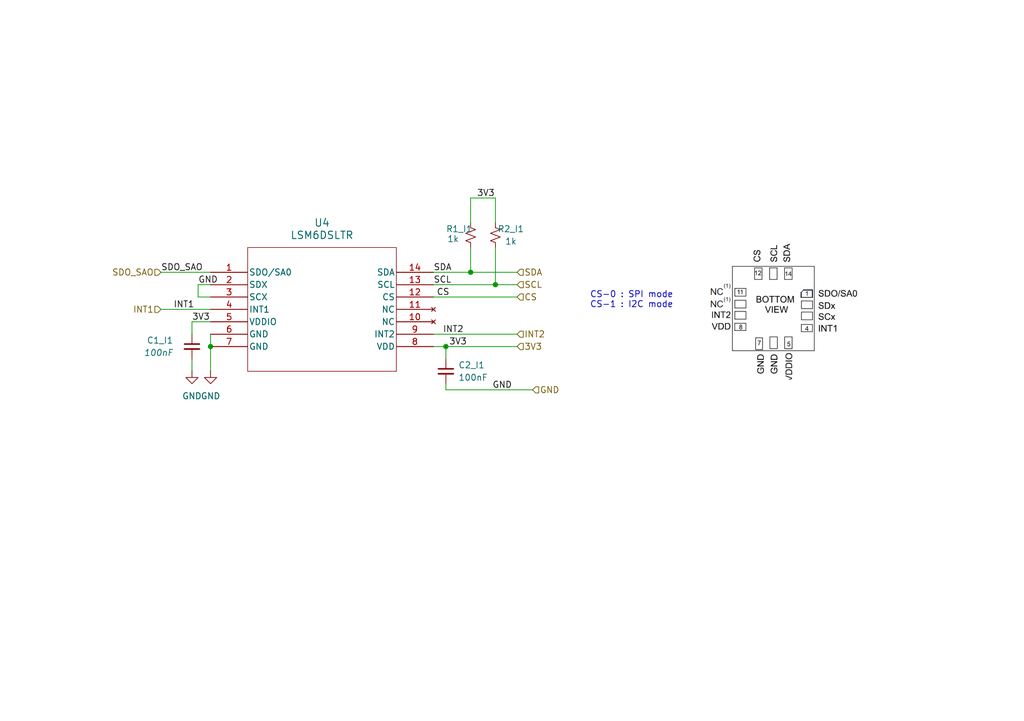
<source format=kicad_sch>
(kicad_sch
	(version 20250114)
	(generator "eeschema")
	(generator_version "9.0")
	(uuid "47eec334-07af-4ccb-9d0b-101c7ce1d2bf")
	(paper "A5")
	(title_block
		(title "pwr_v2")
		(date "2025-05-11")
		(rev "V2")
		(comment 1 "IMU circuit")
	)
	(lib_symbols
		(symbol "Device:C_Small"
			(pin_numbers
				(hide yes)
			)
			(pin_names
				(offset 0.254)
				(hide yes)
			)
			(exclude_from_sim no)
			(in_bom yes)
			(on_board yes)
			(property "Reference" "C"
				(at 0.254 1.778 0)
				(effects
					(font
						(size 1.27 1.27)
					)
					(justify left)
				)
			)
			(property "Value" "C_Small"
				(at 0.254 -2.032 0)
				(effects
					(font
						(size 1.27 1.27)
					)
					(justify left)
				)
			)
			(property "Footprint" ""
				(at 0 0 0)
				(effects
					(font
						(size 1.27 1.27)
					)
					(hide yes)
				)
			)
			(property "Datasheet" "~"
				(at 0 0 0)
				(effects
					(font
						(size 1.27 1.27)
					)
					(hide yes)
				)
			)
			(property "Description" "Unpolarized capacitor, small symbol"
				(at 0 0 0)
				(effects
					(font
						(size 1.27 1.27)
					)
					(hide yes)
				)
			)
			(property "ki_keywords" "capacitor cap"
				(at 0 0 0)
				(effects
					(font
						(size 1.27 1.27)
					)
					(hide yes)
				)
			)
			(property "ki_fp_filters" "C_*"
				(at 0 0 0)
				(effects
					(font
						(size 1.27 1.27)
					)
					(hide yes)
				)
			)
			(symbol "C_Small_0_1"
				(polyline
					(pts
						(xy -1.524 0.508) (xy 1.524 0.508)
					)
					(stroke
						(width 0.3048)
						(type default)
					)
					(fill
						(type none)
					)
				)
				(polyline
					(pts
						(xy -1.524 -0.508) (xy 1.524 -0.508)
					)
					(stroke
						(width 0.3302)
						(type default)
					)
					(fill
						(type none)
					)
				)
			)
			(symbol "C_Small_1_1"
				(pin passive line
					(at 0 2.54 270)
					(length 2.032)
					(name "~"
						(effects
							(font
								(size 1.27 1.27)
							)
						)
					)
					(number "1"
						(effects
							(font
								(size 1.27 1.27)
							)
						)
					)
				)
				(pin passive line
					(at 0 -2.54 90)
					(length 2.032)
					(name "~"
						(effects
							(font
								(size 1.27 1.27)
							)
						)
					)
					(number "2"
						(effects
							(font
								(size 1.27 1.27)
							)
						)
					)
				)
			)
			(embedded_fonts no)
		)
		(symbol "Device:R_Small_US"
			(pin_numbers
				(hide yes)
			)
			(pin_names
				(offset 0.254)
				(hide yes)
			)
			(exclude_from_sim no)
			(in_bom yes)
			(on_board yes)
			(property "Reference" "R"
				(at 0.762 0.508 0)
				(effects
					(font
						(size 1.27 1.27)
					)
					(justify left)
				)
			)
			(property "Value" "R_Small_US"
				(at 0.762 -1.016 0)
				(effects
					(font
						(size 1.27 1.27)
					)
					(justify left)
				)
			)
			(property "Footprint" ""
				(at 0 0 0)
				(effects
					(font
						(size 1.27 1.27)
					)
					(hide yes)
				)
			)
			(property "Datasheet" "~"
				(at 0 0 0)
				(effects
					(font
						(size 1.27 1.27)
					)
					(hide yes)
				)
			)
			(property "Description" "Resistor, small US symbol"
				(at 0 0 0)
				(effects
					(font
						(size 1.27 1.27)
					)
					(hide yes)
				)
			)
			(property "ki_keywords" "r resistor"
				(at 0 0 0)
				(effects
					(font
						(size 1.27 1.27)
					)
					(hide yes)
				)
			)
			(property "ki_fp_filters" "R_*"
				(at 0 0 0)
				(effects
					(font
						(size 1.27 1.27)
					)
					(hide yes)
				)
			)
			(symbol "R_Small_US_1_1"
				(polyline
					(pts
						(xy 0 1.524) (xy 1.016 1.143) (xy 0 0.762) (xy -1.016 0.381) (xy 0 0)
					)
					(stroke
						(width 0)
						(type default)
					)
					(fill
						(type none)
					)
				)
				(polyline
					(pts
						(xy 0 0) (xy 1.016 -0.381) (xy 0 -0.762) (xy -1.016 -1.143) (xy 0 -1.524)
					)
					(stroke
						(width 0)
						(type default)
					)
					(fill
						(type none)
					)
				)
				(pin passive line
					(at 0 2.54 270)
					(length 1.016)
					(name "~"
						(effects
							(font
								(size 1.27 1.27)
							)
						)
					)
					(number "1"
						(effects
							(font
								(size 1.27 1.27)
							)
						)
					)
				)
				(pin passive line
					(at 0 -2.54 90)
					(length 1.016)
					(name "~"
						(effects
							(font
								(size 1.27 1.27)
							)
						)
					)
					(number "2"
						(effects
							(font
								(size 1.27 1.27)
							)
						)
					)
				)
			)
			(embedded_fonts no)
		)
		(symbol "imu:LSM6DSLTR"
			(pin_names
				(offset 0.254)
			)
			(exclude_from_sim no)
			(in_bom yes)
			(on_board yes)
			(property "Reference" "U"
				(at 22.86 10.16 0)
				(effects
					(font
						(size 1.524 1.524)
					)
				)
			)
			(property "Value" "LSM6DSLTR"
				(at 22.86 7.62 0)
				(effects
					(font
						(size 1.524 1.524)
					)
				)
			)
			(property "Footprint" "QFN_6DSLTR_STM"
				(at 0 0 0)
				(effects
					(font
						(size 1.27 1.27)
						(italic yes)
					)
					(hide yes)
				)
			)
			(property "Datasheet" "LSM6DSLTR"
				(at 0 0 0)
				(effects
					(font
						(size 1.27 1.27)
						(italic yes)
					)
					(hide yes)
				)
			)
			(property "Description" ""
				(at 0 0 0)
				(effects
					(font
						(size 1.27 1.27)
					)
					(hide yes)
				)
			)
			(property "ki_locked" ""
				(at 0 0 0)
				(effects
					(font
						(size 1.27 1.27)
					)
				)
			)
			(property "ki_keywords" "LSM6DSLTR"
				(at 0 0 0)
				(effects
					(font
						(size 1.27 1.27)
					)
					(hide yes)
				)
			)
			(property "ki_fp_filters" "QFN_6DSLTR_STM QFN_6DSLTR_STM-M QFN_6DSLTR_STM-L"
				(at 0 0 0)
				(effects
					(font
						(size 1.27 1.27)
					)
					(hide yes)
				)
			)
			(symbol "LSM6DSLTR_0_1"
				(polyline
					(pts
						(xy 7.62 5.08) (xy 7.62 -20.32)
					)
					(stroke
						(width 0.127)
						(type default)
					)
					(fill
						(type none)
					)
				)
				(polyline
					(pts
						(xy 7.62 -20.32) (xy 38.1 -20.32)
					)
					(stroke
						(width 0.127)
						(type default)
					)
					(fill
						(type none)
					)
				)
				(polyline
					(pts
						(xy 38.1 5.08) (xy 7.62 5.08)
					)
					(stroke
						(width 0.127)
						(type default)
					)
					(fill
						(type none)
					)
				)
				(polyline
					(pts
						(xy 38.1 -20.32) (xy 38.1 5.08)
					)
					(stroke
						(width 0.127)
						(type default)
					)
					(fill
						(type none)
					)
				)
				(pin output line
					(at 0 0 0)
					(length 7.62)
					(name "SDO/SA0"
						(effects
							(font
								(size 1.27 1.27)
							)
						)
					)
					(number "1"
						(effects
							(font
								(size 1.27 1.27)
							)
						)
					)
				)
				(pin unspecified line
					(at 0 -2.54 0)
					(length 7.62)
					(name "SDX"
						(effects
							(font
								(size 1.27 1.27)
							)
						)
					)
					(number "2"
						(effects
							(font
								(size 1.27 1.27)
							)
						)
					)
				)
				(pin unspecified line
					(at 0 -5.08 0)
					(length 7.62)
					(name "SCX"
						(effects
							(font
								(size 1.27 1.27)
							)
						)
					)
					(number "3"
						(effects
							(font
								(size 1.27 1.27)
							)
						)
					)
				)
				(pin unspecified line
					(at 0 -7.62 0)
					(length 7.62)
					(name "INT1"
						(effects
							(font
								(size 1.27 1.27)
							)
						)
					)
					(number "4"
						(effects
							(font
								(size 1.27 1.27)
							)
						)
					)
				)
				(pin power_in line
					(at 0 -10.16 0)
					(length 7.62)
					(name "VDDIO"
						(effects
							(font
								(size 1.27 1.27)
							)
						)
					)
					(number "5"
						(effects
							(font
								(size 1.27 1.27)
							)
						)
					)
				)
				(pin power_in line
					(at 0 -12.7 0)
					(length 7.62)
					(name "GND"
						(effects
							(font
								(size 1.27 1.27)
							)
						)
					)
					(number "6"
						(effects
							(font
								(size 1.27 1.27)
							)
						)
					)
				)
				(pin power_in line
					(at 0 -15.24 0)
					(length 7.62)
					(name "GND"
						(effects
							(font
								(size 1.27 1.27)
							)
						)
					)
					(number "7"
						(effects
							(font
								(size 1.27 1.27)
							)
						)
					)
				)
				(pin bidirectional line
					(at 45.72 0 180)
					(length 7.62)
					(name "SDA"
						(effects
							(font
								(size 1.27 1.27)
							)
						)
					)
					(number "14"
						(effects
							(font
								(size 1.27 1.27)
							)
						)
					)
				)
				(pin unspecified line
					(at 45.72 -2.54 180)
					(length 7.62)
					(name "SCL"
						(effects
							(font
								(size 1.27 1.27)
							)
						)
					)
					(number "13"
						(effects
							(font
								(size 1.27 1.27)
							)
						)
					)
				)
				(pin unspecified line
					(at 45.72 -5.08 180)
					(length 7.62)
					(name "CS"
						(effects
							(font
								(size 1.27 1.27)
							)
						)
					)
					(number "12"
						(effects
							(font
								(size 1.27 1.27)
							)
						)
					)
				)
				(pin no_connect line
					(at 45.72 -7.62 180)
					(length 7.62)
					(name "NC"
						(effects
							(font
								(size 1.27 1.27)
							)
						)
					)
					(number "11"
						(effects
							(font
								(size 1.27 1.27)
							)
						)
					)
				)
				(pin no_connect line
					(at 45.72 -10.16 180)
					(length 7.62)
					(name "NC"
						(effects
							(font
								(size 1.27 1.27)
							)
						)
					)
					(number "10"
						(effects
							(font
								(size 1.27 1.27)
							)
						)
					)
				)
				(pin unspecified line
					(at 45.72 -12.7 180)
					(length 7.62)
					(name "INT2"
						(effects
							(font
								(size 1.27 1.27)
							)
						)
					)
					(number "9"
						(effects
							(font
								(size 1.27 1.27)
							)
						)
					)
				)
				(pin power_in line
					(at 45.72 -15.24 180)
					(length 7.62)
					(name "VDD"
						(effects
							(font
								(size 1.27 1.27)
							)
						)
					)
					(number "8"
						(effects
							(font
								(size 1.27 1.27)
							)
						)
					)
				)
			)
			(embedded_fonts no)
		)
		(symbol "power:GND"
			(power)
			(pin_numbers
				(hide yes)
			)
			(pin_names
				(offset 0)
				(hide yes)
			)
			(exclude_from_sim no)
			(in_bom yes)
			(on_board yes)
			(property "Reference" "#PWR"
				(at 0 -6.35 0)
				(effects
					(font
						(size 1.27 1.27)
					)
					(hide yes)
				)
			)
			(property "Value" "GND"
				(at 0 -3.81 0)
				(effects
					(font
						(size 1.27 1.27)
					)
				)
			)
			(property "Footprint" ""
				(at 0 0 0)
				(effects
					(font
						(size 1.27 1.27)
					)
					(hide yes)
				)
			)
			(property "Datasheet" ""
				(at 0 0 0)
				(effects
					(font
						(size 1.27 1.27)
					)
					(hide yes)
				)
			)
			(property "Description" "Power symbol creates a global label with name \"GND\" , ground"
				(at 0 0 0)
				(effects
					(font
						(size 1.27 1.27)
					)
					(hide yes)
				)
			)
			(property "ki_keywords" "global power"
				(at 0 0 0)
				(effects
					(font
						(size 1.27 1.27)
					)
					(hide yes)
				)
			)
			(symbol "GND_0_1"
				(polyline
					(pts
						(xy 0 0) (xy 0 -1.27) (xy 1.27 -1.27) (xy 0 -2.54) (xy -1.27 -1.27) (xy 0 -1.27)
					)
					(stroke
						(width 0)
						(type default)
					)
					(fill
						(type none)
					)
				)
			)
			(symbol "GND_1_1"
				(pin power_in line
					(at 0 0 270)
					(length 0)
					(name "~"
						(effects
							(font
								(size 1.27 1.27)
							)
						)
					)
					(number "1"
						(effects
							(font
								(size 1.27 1.27)
							)
						)
					)
				)
			)
			(embedded_fonts no)
		)
	)
	(text "CS-0 : SPI mode\nCS-1 : I2C mode"
		(exclude_from_sim no)
		(at 129.54 61.595 0)
		(effects
			(font
				(size 1.27 1.27)
			)
		)
		(uuid "dc4dd937-54b1-455e-ab89-3c217fcbd99b")
	)
	(junction
		(at 43.18 71.12)
		(diameter 0)
		(color 0 0 0 0)
		(uuid "41cb0a6a-bbe5-41c5-beeb-93bed0b976d1")
	)
	(junction
		(at 91.44 71.12)
		(diameter 0)
		(color 0 0 0 0)
		(uuid "6eef6f96-de8c-4247-99c8-5d63baa2a500")
	)
	(junction
		(at 96.52 55.88)
		(diameter 0)
		(color 0 0 0 0)
		(uuid "a0e14b36-5927-4da1-9da3-0e1a79e67233")
	)
	(junction
		(at 101.6 58.42)
		(diameter 0)
		(color 0 0 0 0)
		(uuid "b7b0d46b-91d9-430e-9434-9fec2a85f854")
	)
	(wire
		(pts
			(xy 40.64 58.42) (xy 43.18 58.42)
		)
		(stroke
			(width 0)
			(type default)
		)
		(uuid "07cb081c-b411-4c97-9801-1a623267373a")
	)
	(wire
		(pts
			(xy 39.37 66.04) (xy 39.37 68.58)
		)
		(stroke
			(width 0)
			(type default)
		)
		(uuid "0cf6c199-ecc2-4a23-bb58-1c810210ffc8")
	)
	(wire
		(pts
			(xy 88.9 60.96) (xy 106.045 60.96)
		)
		(stroke
			(width 0)
			(type default)
		)
		(uuid "1696928b-1cbe-42fc-a868-ea5a334859ff")
	)
	(wire
		(pts
			(xy 43.18 71.12) (xy 43.18 76.2)
		)
		(stroke
			(width 0)
			(type default)
		)
		(uuid "1e500f7f-f048-4e15-b242-e3e245949c17")
	)
	(wire
		(pts
			(xy 91.44 73.66) (xy 91.44 71.12)
		)
		(stroke
			(width 0)
			(type default)
		)
		(uuid "23ac3b1c-f0fd-4102-a306-6029baf689da")
	)
	(wire
		(pts
			(xy 91.44 80.01) (xy 91.44 78.74)
		)
		(stroke
			(width 0)
			(type default)
		)
		(uuid "2858c23b-4cb2-4e03-8fd5-1625daaf22b5")
	)
	(wire
		(pts
			(xy 101.6 58.42) (xy 106.045 58.42)
		)
		(stroke
			(width 0)
			(type default)
		)
		(uuid "296d9d14-26b3-448b-8e42-cc419ffa95d4")
	)
	(wire
		(pts
			(xy 39.37 66.04) (xy 43.18 66.04)
		)
		(stroke
			(width 0)
			(type default)
		)
		(uuid "3c316da6-9ed4-4d48-ae05-b7f9e0dec273")
	)
	(wire
		(pts
			(xy 96.52 40.64) (xy 101.6 40.64)
		)
		(stroke
			(width 0)
			(type default)
		)
		(uuid "44d27d01-8af1-4814-b3ca-6ec3fb3d1c97")
	)
	(wire
		(pts
			(xy 91.44 71.12) (xy 88.9 71.12)
		)
		(stroke
			(width 0)
			(type default)
		)
		(uuid "4c045f01-e55b-4ed0-afe6-6524ff70da5d")
	)
	(wire
		(pts
			(xy 33.02 63.5) (xy 43.18 63.5)
		)
		(stroke
			(width 0)
			(type default)
		)
		(uuid "55d9be06-4c97-46de-b809-8c45f32ef92b")
	)
	(wire
		(pts
			(xy 88.9 68.58) (xy 106.045 68.58)
		)
		(stroke
			(width 0)
			(type default)
		)
		(uuid "6527b027-5166-4ad5-a0f4-00be47dcaf7b")
	)
	(wire
		(pts
			(xy 91.44 71.12) (xy 106.045 71.12)
		)
		(stroke
			(width 0)
			(type default)
		)
		(uuid "6816d6d0-5f03-416a-8902-7b5e0a3ac77e")
	)
	(wire
		(pts
			(xy 43.18 68.58) (xy 43.18 71.12)
		)
		(stroke
			(width 0)
			(type default)
		)
		(uuid "6933d283-4d51-4e86-82b2-83a78882f596")
	)
	(wire
		(pts
			(xy 101.6 50.8) (xy 101.6 58.42)
		)
		(stroke
			(width 0)
			(type default)
		)
		(uuid "76c431c0-c474-4b63-a2a6-bd4e320776d0")
	)
	(wire
		(pts
			(xy 96.52 50.8) (xy 96.52 55.88)
		)
		(stroke
			(width 0)
			(type default)
		)
		(uuid "7844f771-fed2-4bf2-be87-968dfd6b40ff")
	)
	(wire
		(pts
			(xy 33.02 55.88) (xy 43.18 55.88)
		)
		(stroke
			(width 0)
			(type default)
		)
		(uuid "9327117c-650c-4488-baf0-9190e37ea80b")
	)
	(wire
		(pts
			(xy 96.52 55.88) (xy 106.045 55.88)
		)
		(stroke
			(width 0)
			(type default)
		)
		(uuid "94e7afed-0abd-4098-8a72-6b17c808d510")
	)
	(wire
		(pts
			(xy 91.44 80.01) (xy 109.22 80.01)
		)
		(stroke
			(width 0)
			(type default)
		)
		(uuid "9df0cfcb-ad71-4569-b4e9-c81a4a739f32")
	)
	(wire
		(pts
			(xy 39.37 73.66) (xy 39.37 76.2)
		)
		(stroke
			(width 0)
			(type default)
		)
		(uuid "b3480fa0-0b3a-418b-9d1d-89141e680a3f")
	)
	(wire
		(pts
			(xy 88.9 55.88) (xy 96.52 55.88)
		)
		(stroke
			(width 0)
			(type default)
		)
		(uuid "be329a45-ba83-4a01-ad66-50ce002285c2")
	)
	(wire
		(pts
			(xy 96.52 40.64) (xy 96.52 45.72)
		)
		(stroke
			(width 0)
			(type default)
		)
		(uuid "d8562cc0-dde6-4ecf-abcd-64d606d57f6b")
	)
	(wire
		(pts
			(xy 101.6 45.72) (xy 101.6 40.64)
		)
		(stroke
			(width 0)
			(type default)
		)
		(uuid "df033496-5e43-49fe-9791-1c86a8b9a18a")
	)
	(wire
		(pts
			(xy 88.9 58.42) (xy 101.6 58.42)
		)
		(stroke
			(width 0)
			(type default)
		)
		(uuid "ebe78bcd-0bf4-4273-9fa3-02989a8c6305")
	)
	(wire
		(pts
			(xy 40.64 60.96) (xy 43.18 60.96)
		)
		(stroke
			(width 0)
			(type default)
		)
		(uuid "f5e3a565-dda2-4581-b5fd-9193dc0ff51f")
	)
	(wire
		(pts
			(xy 40.64 58.42) (xy 40.64 60.96)
		)
		(stroke
			(width 0)
			(type default)
		)
		(uuid "f82a18d8-62ed-43ed-8fd8-7d9b26ece76e")
	)
	(image
		(at 161.29 62.865)
		(scale 0.275692)
		(uuid "e4f4b7ac-0da5-4daf-9d73-a0c9026ca320")
		(data "iVBORw0KGgoAAAANSUhEUgAAAcYAAAGTCAIAAAA9QyU6AAAAA3NCSVQICAjb4U/gAAAACXBIWXMA"
			"AA50AAAOdAFrJLPWAAAgAElEQVR4nO3df1xU550o/gdM2wzSrM5iNd6BJCZFSWhEByi7RKWupWId"
			"oHNlc+N1CQzItQmBusMQyso1FrQKsi7DfNP8AmHaNd0is8jYKHytBYG9lM4AsURkkhiFEzYuMCQt"
			"zkl7g9w/PvHJyfximDnz48Dn/eKPw5kz53lA/Mxznh+fJ2hubo4ghBDiQ7C/K4AQQosHhlSEEOIN"
			"hlSEEOINhlSEEOINhlSEEOINhlSEEOINhlSEEOINhlSEEOINhlSEEOINhlSEEOINhlSEEOINhlSE"
			"EOINhlSEEOINhlSEEOINhlSEEOINhlSEEOINhlSEEOINhlSEEOINhlSEEOINhlSEEOINhlSEEOIN"
			"hlSEEOINhlSEEOINhlSEEOINhlSEEOINhlSEEOINhlSEEOINhlSEEOLNff6uAELuM5lM7e3to6Oj"
			"lZWV/q4LQoRgKxUJEcuy7e3t6enpG6KiCgoL/V0dhL6ArVQkJAzDtLS0YBhFAQtDKuKfTqcjhCQl"
			"JYnFYl5uyLJsf39/Q0NDXX0993yRUpmWlpaYmMhLKQh5Lmhubs7fdUCLTfCyZYSQ68PDkZGRHt4K"
			"mqVardZgNNKTqTJZZmYmjyEbIb5gKxUFIrvN0liplBBiMBozMzPlcrn/aoeQQzg8hQKL2WzWarXb"
			"tm3bsnUrjadFSmXXlSudnZ1JSUl+rR1C88BWKgogJpNpQ1QU/RYf8JHgYEhFgShHoVCpVJ53xSLk"
			"Y/jgjwJRXX39hqioY8eO9fT0sCzr7+og5CoMqSiAREZGdl25UlFeDt8eKivbsnXr8tBQjUYzODjo"
			"37oh5AqcRIX45/kkKrPZbDAYXn755Va9np5MlcnGx8cNRuPZpiYc8UeBCftS0fxg6r4vicXi5OTk"
			"5ORkWMUP81JpeNVqtaGhobGxsThshQINtlLR/KDVuVC8TPUHME313LlzJ6uruedh9dTmzZtFIhEv"
			"BSHkIQypaH5+D6mU2Ww+f/68TqfjdggUKZWYiQoFCByeQvO7Ozvrxpc3pkCJxeLMzMyWlpZ+o5GO"
			"YiEUOLCVigSMZdmurq6PPvooMzPT33VBiBAMqUJhMpmsGn1ms3l4eLizs1MikWzfvl0ikfisMizL"
			"2vZdDg4OhoWF+bIaCAWiORTALBZLbW1tUHBwUHAw93xjYyOcpF9paWljY2Perkxzc3NcXFxbW5vt"
			"q2lpaUHBwSqVamRkhJfipqam2traVCqV7U9aW1vLVykI8QtDauCyWCxxcXE0lNAgMjAwQE9yL4iL"
			"i7NYLF6qzNTUVG5uLhR09OhR21e5Ua+7u9vD4pqbm60iqe2XSqXy3s+LkHswpAYu2j5NS0tra2uj"
			"4QPag0HBwc3NzXNzcxaLhTZa4QzvLBYLjad2W6kWi6W7u5vbohwYGHC7OPqD09BZW1vb3Nzc2Nio"
			"Uqnojx8UHJybm4tRFQUUDKkBirb7rJqEY2NjNNBwz0M4i4uL80ZlaJuxtrbWeQjr7u6mHwPulUXb"
			"4HFxcc3NzXaL6+7upoHV6veAkH9hSA1QNDZNTU1xz9PoZtUMbGtrs3s9LyB+5ebmunKxoxq6CJrD"
			"cXFx83YNHz161KpLBCG/w3mpAer27duEkFSZzGrNZW9vLxysX7+ee/7hhx+Gg8nJSX5rwrIszKvP"
			"yspy5Xq5XA7p92/cuLHQssxmM6SdLikpmXfywIEDB6Cg9vb2hRaEkJdgSA1otrPlYUVmjkLhsyWY"
			"Y2NjcBDFSQ7tnNu59+nnQXR09LwXi8Xi9PR0Qsjo6Kh7xSHEOwypAW16epr7LcMwcLBlyxarK2/e"
			"vAkHISEh3q+X17m48mrDhg3erglCC4IhNUCFhoYSQurq67kJmC9fvgwHTz75pNX1JpMJDnifbB8e"
			"Hg4HrncpWH0SILR0YEgNULGxsXBQV1cHUZVlWY1GQwiJlUpjYmK4Fw8ODhYUFhJCipRK3msiEolS"
			"ZTLicpcl7Q9dvXo175VBKMBhSA1QYrFYXVNDCCkoLNy2bduxY8eWh4bCXvYlJSX0MpZle3p68vLy"
			"4Nu0tDRvVAbyPRcUFtKeByeOHz8OB673vSK0ePh7ygFyhk6wp1+1tbX0VTpH1dGiJr5MTU3BMq24"
			"uDgnM5YsFgud2MStp+tGRkZsV986ARO2cGoqChyY1T+gqdXqjIyMS5cunayuzlEoUlJSuBuEWCyW"
			"L66sqcnJyfFSNcRi8alTp7Zs3WowGjdEReUoFBkZGXTaFiFkYmJiYGAAOh8IIakymYeVKS4uduUy"
			"2oOMUIDATFQCxrLs4cOHExIS4uPjfZACqqenZ8vWrfNelqNQqNVq9+Z4mUymDQvvLsAU1ChwYCtV"
			"wEQikS9DSWJi4uitW1qt9lBZmd0LchSKrKysxMREn1UJoUCDrVRh6+np8f3OSyzLjoyMcBdHrV69"
			"OioqCjfXQwhDaqBjGAYahndnZ61egsfkWKm0pKQkJSUFt7RDyO9wElVA6+npiXjoIXjQth2KGRoa"
			"IoQYjMY9GRkFBQXcRQF+4bMKmM1m3xSE0EJhSA1cJpOJDgflKBS2FyQlJTWcPg2pQ+rq630QVQcH"
			"B3U6XU9PD/dkT0/PsWPHgpctWx4aun///vb2ds+rYTab29vbtVot9yTLslqtNj09PWzVqvj4eI1G"
			"gyP+KOD4eRIXcoymBLW7MQnFnQ3qpRTUc3NzY2NjdJIstxS76fc9zAxNExtyJ6haLBZu8mkedxBA"
			"iEcYUgMUnfTuPJ4CGm7cTvzs4v2tQip3f5SjR482NzfTsOveVP+5L8fToOBgmjWVu8dBY2NjbW0t"
			"3SQG86WiwIEhNUBB68/1LP2OUlbzWBmIm9z70zDX2NhIT9Ko6l5N6DItbvPTYrHQVP/0tvRTx3vL"
			"xhBaKAypAWqhSy1pg9EbTTa6+6nVeQh/aWlp3Md8WhNX2tdW6C4pVo/z9APDqmeDbrq10IIQ8hIc"
			"nlokvDonFLL6W+VkYRgG0rjs2LGDO3+L1mRmZmahBcFc11ip1Gq9wMDAABxYJbdes2YNHOAcABQg"
			"MKQGNNdHtOmVvKegpndetWoV9/y1a9fg4KmnnrJ6i9s5BiEK224KcOnSJWJv2xjvbQ+DkHswpAao"
			"devWEUJa9XpX8ukRzp5UPljsDwwGAxxY7YJFCOno6HDvnnZ/WLPZDM3kHTt2WL00MTHhXkEIeQmG"
			"1AAVExMDE07VavW8FzMMk5WdTQipKC/nvSZhYWFwwE18RQhpaWkh9nbBMpvN0CHgBtj4xKptPjw8"
			"DAebNm2yuv7999+HAxc3VkHI2zCkBi5INX2yuvrYsWNOJs+bTCaa8W/Pnj28V0MsFkNw7+7upicH"
			"BwchbtrugkVbr9DQXhDYCKBVr+f2jZ47dw4OrHJasyyr0+kIIbDpAEIBwd/jY8gZOiEpLi6utrZ2"
			"YGBgZGTEYrGMjY2NjIy0tbVxc1S7PRV0XnRgvba2dmpqamBggJZL540COrEpLi7Ojdn+FouFziLo"
			"7u62WCx0/pbtfAO6wIE7hQsh/8KQGtAsFottYn+7X14NK46qwQ3iAwMD3On3bq/jovOouF9xcXE0"
			"dlssFu5nCXemKkJ+hyFVALq7u+2uxaQT3X2wfGhqasqqDlaNYh7by21tbVY/I/cHpA1hXJCKAhCm"
			"oBaAxMTExMREhmGuXbvGnewZHR0dHh7um5x+YrG4paWFYZi+vr7Q0NDHH3/camrBypUrCSGQaZC7"
			"m4sbkpOT78zM9Pf33759e/Xq1Y4SwhYplQUFBT6b4YCQKzBfKuIHzH/yQYBjWXZsbCwsLAwzXqMA"
			"hCEVIYR4g5OoEEKINxhSEUKINxhSEUKINxhSEUKINxhSEUKINxhSEUKINxhSEUKINxhSEUKINxhS"
			"EUKIN0tljX9PT8/t27f9XQuE5hEdHY3ptAVtqYTUc+fOnayu9nctEJrH2aYmDKmCtlRCKrh+b8sN"
			"hALNzZs3d6ak+LsWyFNLK6Ti5z9CyKuWVkgVHIZhrDbRW6iQkBD3Eu6ZzWbPd3J2+zPM9d22HcHs"
			"f8gvMKQGNLVa7WEXcJFSWVlZ6cYbOzo69mRkeFI0IeTu7Kx7b9zw5Z373HC2qcnDTNgIuQFDqgCc"
			"bWpy742ex8QipTIhIcGNN2q12la93pOiU2WyzMxMN944Pj5eUFjoSdEIuQ1DqgD4sbWVkJDgXum9"
			"vb0eFh0ZGele0Z53GiDkNpzqjxBCvMGQihBCvMGQihBCvMGQihBCvMGQihBCvMGQKiQ9PT3By5ZZ"
			"jWibzWaNRhMfHx+8bFl6erpGo2FZ1l81RGiJw5AqGAzDHDx40Oqk2WzeuXMnTMMsUipb9fqCwsK6"
			"ujp/VBAhhCFVIHQ6XcRDDxmMRqvzZ86cMRiNFeXlfX19lZWVd2ZmUmWygsLCxddQ1Wq1Wq3W0asm"
			"k0mn05nNZl9WCSFbGFIF4NixY3syMmKl0iKl0uql0dFRQghdZSQSieC4q6vLx5X0Kp1Ol5WdPTQ0"
			"ZPdVlmX37du3JyPD86QECHkIQ6owqGtqOjs7bdeGQsuUmxjl+vXrhJDly5f7tH5ew7KsVqt1vrL2"
			"8OHDtu13hPwCQ6oAlJaW5ufni0Qiu69yzzMMc6isLFYqjfI47UggMJvNzzzzTFZ2do5C4eia9vb2"
			"k9XVsVKpLyuGkCMYUhcPhmFgUXxFRcXiyGs3OTk5Pj5+tqlJrVbbvYBhmJ0pKUVKZUlJiY/rhpBd"
			"mDZlkYB4ajAa1TU1ycnJ/q4OP8LDwzs7Ox01zwkhR44ciZVKS0pKOjo6fFgvhBzCkLoY9PT0bNm6"
			"lRBy8cKFRRNPyZf7NGxptdq6+vquK1cWR5McLQ4YUgWPxtOuK1cSExP9XR0fMZlMWdnZFeXlS+dH"
			"RoKAIVXYTCbTlq1bY6VSnU7n3oYoArVv3z5CyK5du2At2fj4OCHk5s2b/q0VQhhSha2qqgoOrAZw"
			"0tLSFnfzDWZNbf7yQD/sMIr74CI/wpAqYCzL1tXXE0IMRqPVxEz3djcREKu42d7eXlBYePHChYcf"
			"fthPNUKIEAypwiKXy7kb5IlEIrf3yxM6q71XYWHVww8/HBkZiRulID/CeakIIcQbbKUiYbg+PBwS"
			"EuLo1aSkpOvDw+Hh4b6sEkK2MKQiYbB60rciFotxdioKBPjgjxBCvMGQihBCvMGQihBCvMGQihBC"
			"vMGQihBCvMGQihBCvMFJVAKg0+n8VXRvb697b/R8CRPs0OfGGyGFCkJ+gSFVAJzvvORVJ6ur/VV0"
			"q17fqtf7q3SE3IMhNaAVFBTk5uZ6cgcnK46cg/VInhTtCc+LDgsL46UmCC0IhtSA5scUqP5dj+R8"
			"rRRCAQuHpxBCiDcYUhFCiDcYUhFCiDcYUhFCiDcYUhFCiDcYUhFCiDcYUhFCiDcYUhFCiDcCCqmz"
			"M2PvXB2bmXNyyWeTpnmuQAghLxJMSJ37o+GVnNLzH/6Fc+rjt2v//uvP6v7zizP/1f2/n/3f7eMY"
			"VBFCfiGUkPrHqw0n/lnybNa3xUFw4rPbhtdUGT9qvsO96itR/6Ps+70/+tlvzUt0d3uEkH8JI6TO"
			"jV+qeWn6+bzta4MIIXOf3rh4cv9//07RpbsRVjlBgkI2pf4wSq9uGfm/fqkoQmhpE0RI/fTdi79s"
			"iPj+zk1/RQghZHZ68PyvSPqbxnMntq62vjY44qkfRLf+yzmjBZ/+EUK+JoSQevdm97/1rPne5m9+"
			"DR7673tQruk7XbQ7cmWQnau/FvFkfMw77b+5+olva4kQQoIIqR/fuvp78q31a0Ndu3zZ2nXxIe//"
			"/t1JbKYihHxMCCH1z3emPxGtWbHc1bqufPCx1R8O3f4Eh6gQQj4mhJCKEEICIYSQet9XRSF/+eTO"
			"n119kJ/+z/dur3lU7HKrFiGEeCKEsPPXj8X/7Wzf0OifXLt8doJ5x/LQt7/5DSH8bAihRUUIYSdY"
			"Iv3+po/a+t91qZ3651Fjd8+apKSNK7xeMYQQ+jIhhFQS+q3dT6e//5vfDv3xy+fD5Y3v3W2UP8g9"
			"Nzfed8GYcPAHCQ8I4kdDCC0q7u6QOvfpx7en2bmgr3w9LCzUwU0+v2aZaGXYivvtBrjPZsZMIzfH"
			"xibu3A1evuqRdY89+siD9u4W/MjOg//487wmg2Lz34ntTUalRVr6dTUXv1N0MsaVrZaLi4tduMp9"
			"aWlpiYmJXi0CIRRY5tzzyW+K1wYHBYd+M/uX7//lrtNrpMW/mbB+6e4nNy7XHcqICw0ODuJ+PZp8"
			"oObCyPRfbG929/aFg9965mdDf3JWq7u3mrMTn9GO2L5fpVIFBQdbnQyyKp3vr+bmZme1RYhjZGQE"
			"/2YWAXdbqZ+zvNd4ouJ7m199+ptfcT2Iz7z768rCZ4623SFk+aaMoh/EStas/Or0f37wh8vNv7j0"
			"6sFLv2g50vKvqr978GvcdwV947s/+XX4DULmCHHYTp0Nic4/vfXJx1yvTJFSWVlZ6fLlrjKZTBui"
			"oni/LUIowHkYUgkhbzeUnfpe3Mmn17nyqE3IZ6O/Lns2Vf078sgPyv+l4vmd61fcRyPkiyXFrSde"
			"OFjZeTj92dDfnn0h9oFlnHcuCw1/4knnN78vLHJzmDs/BEII8cHDkPrf1j0yc+P9n5dVbIt79e/X"
			"fcVZNychhJBPR1v/+R/VvyMhsspfvqaMteoX/crKJ9IPnbo9/NQL+t/UVJxNblI87np70xvMZnNH"
			"R0dSUpJYLLZ6aXBw8M6dO9hVugSJI3h+/jCPDvN7Q+RHHobUuBcq/vby/mK9i4//lmstr+jeIyHr"
			"n39BIbU7zrQs9Mk9hc+f0Ve9PXS+9919UY9/dd4w7S0sy7744ot19fXXh4etQurg4OBmqbRIqcSQ"
			"utQwH37o7yp8gWGYa9euzczM9Pb2JiQkEELi4+MlEonVZSzLjo2NObpJeHi4SCSatyyz2WwwGKCs"
			"6Ojo0NDQ6OjoyMhI5+9qb2+/dOmS1TgtwzB9fX0zMzNDQ0MJCQmhoaGPP/64bbVtKzA5OUkICQsL"
			"s23i2F48PDx8584dV+7MLw9D6rKvb848VvX7y883NeSWxUe/ceAJJ7lN5ixX2974zYeEpPzwmW87"
			"HLgPWrW16BcjhWH2x/59xWw2Hz9+vK6+3valwcHBvLw831cJ+R3z4YcZe7P8XYvPabXarOxs2/NF"
			"SmVBQQE3joyNjTnv2a8oL8/MzHQUeliWraurKygstH0pVSZ76aWXYmJiHN355ZdfbtXrCwoK6BmN"
			"RmP3VrbVtvLKK68cKisjhOQoFK+//rqjy1iWPXXqFFwJYqXSU6dO+a714+aw1uej+Rl1I+wc+/bP"
			"Uh8OCg4OTX11iL1rcw0d8WdH6jKCgoODvnXs/9xxMEnAaxyN+KtUKtuLu7u74+Li6MD9yMgInLdY"
			"LHAfeNXuewGO3i4+YwyTsHXHyvANmpdf4eWGK8M3wBd86/rfDP07hC/VPfRMXFzc2NgYvR7uPO9X"
			"d3e3nZ96bIz7fyE3NxfK4p6sra21W8+pqSmoDK12bm6u82pPTU05uRX94v50Vqx+M7Sedn86b+Aj"
			"pM7dZYdeTQ0NDgp+OPVnb7PW19CQOvGbYmlQcHBQct3ILA9VX5AFhVT4l2hra4N30ZAKf5oqlWps"
			"bAxD6pKyoHg6MjJisVjmvcztkNrd3Q1h4ujRo9yCLBZLbW0tjSbc+tid1WexWEZGRo4ePeooVE1N"
			"TdGQdPToUat4x2152K12W1sbvJH7LYRgR9WmF9u9VVxcHJToKIjT34xKpYL/ttyb0//IXsVLSJ2b"
			"m/vT0M+eDg0ODgp9+oupo4INqQMDA/BPbhVSp6am6DGG1KVjQfEU/gO78r/X7ZBKY4TdNh0NkfRV"
			"RyGVosHO6k+atvja2trsvpHbhrWtDNSENg/h27i4OLufN7Qsu6+mpaVBwIWf3dFNoBWcm5vLPWmx"
			"WJwHYn7xtWoz9Ims0qrdEcTSpCo9886nws7+HBMTY7fDXiwWz9sfjxYZ6D8d+YAp//GPnv/h/3J+"
			"cXt7u92OQn5dunSJEJKjUNgdpdm1axccwGCOK5KTk4uUSkLIyepqhmHgpNlsPlldTQgpUiqTk5Pt"
			"vlEikZw6dQqOz5w5Y/UqdGhG3evGhW+TkpLs/udKS0uDA9uRNIZhWvV6Qsi2bdugJgajsb+/3+oy"
			"s9kMgx8ZGRnc8yKRKDMzkxCi1Wrt//y84m8h/P3fyjr2Y1kIuXP+p6UNf/jUzhX3hTzwdd6KQ8j7"
			"xBFRT/7NDlfiKcMw+/fv35mS4oNa7dixgxBSV19vMplsX12/fv3kxMTd2dkFffzv3bsXDvr6+uCg"
			"o6PD6iW7EhMTU2UyYhOwoG7cuF9RXk4IOVldbTabbe+zefNmR9VuaWmh10RGRkJxDQ0NVpfRj5CH"
			"H37Y6qVNmzYRQgxGo92i+cVjbpGg+5/Ye6wqYzkZ1auONbwzY3NB6LqNG1cQQn5/1TT5mZMbzc18"
			"+O5Ns8BbumhRmbd9qlar6+rrK8rLG06f9nZlIEAQQjZERWk0msHBQZZl6asikWjeOUa21q9fDwfX"
			"r1+Hg97eXjhwMqAP5HI5IcRgNHJDPLx9y5Yt9ExsbCwc7Ny5E6rNvYmjarMsC8FaXVMDzVtoctp+"
			"ogwNDcGBbVBetWoVHLjecncbv+mavvz4z9798qv3hT0uTQoh5BND95DZccCcne57JfXRVavi8rTX"
			"7vBaPYS8JSEh4frwcGlpaWioi3ukuS8xMfFsUxMcFxQWbpZKl4eG7t+/X6vVWsUp19GH8Y8//hgO"
			"pqenCSHQJHTu0UcftT3Z1dVFCIHZsiA5OVldU0MIMRiNUO3gZcvmrXZ/f7/BaCSEPPXUU3AmKSkJ"
			"Dtrb2+etm+/xnQGP+/j/Ste0VWGPPPW07BFC3tad/d1HjmLq3Ph/nL0wQgj5a6n0MdcWuSLkb3K5"
			"3Jf97HK5vN9o5Ma7uvr6rOzszVJpfHy8TqfzvAjol3Tlh6JtQNpOpN2aVm/Pz8+/eOGC3Wqnp6f3"
			"9PTY3vzcuXOEkFSZjDaWxWIx9PwWFBZym+cBgvekopzH/59UvPGR1YsR3819Zj2xvPfqTyt/PWrv"
			"4f/P47+uVb06QMimf3hhlx+XTiEU4GJiYlpaWkZv3bp44UJFeXmsVArnDUbjnowMjUbj+yrRFvrw"
			"8DC513lqJTk5Gap9tqmJe0GrXr9l61aratMhMuhboOhYFrSFA4o38jTfe/y3Y5n4O4X15SnLye9q"
			"0lL3nXzr2iTtMp37bOZW78//6X8+Uz1CQh7LKy3ZKcGAipBzEokkOTm5tLS0r69v9NYtGqQKCgvt"
			"Dl65DlqCrtyENk7puNDAwADhdJ7arbZcLi8tLb07O3t9eJhbbTrlgBBy/vx5OOjq6irmoGNTL7/8"
			"8sJ+Ku/zzprP+7+VdezHFy7/UG+xeSko7G+KXzlHfpRX9u+/elH2qxcf3fbfvx0hCiZ3p95pudBv"
			"IYSsic2rPF2VFnGf/yNqWlpaQkJCWJid7FZnm5pWr17t+yqhJY4udbd9JJdIJKWlpdu2bduydSsh"
			"pLe31/W+CBrIoqOj4SAiIoIQ0qrXm81m5+Nd4+PjcED/p8CAEjekMgxjsVjsVjsyMrK0tDQ2Nhbm"
			"S1y7do0uS6U9GHaXhkP1TCYT3JO2kVmWdSVrgZd4aRk9PP5fvvx8k50Bpvsk23+s7frexX9949VX"
			"XrvU2fz+vRdC1qXsLzyg2LfziZUBEE8JIU7WBVs9iSDkGx0dHXsyMggho7du2V0Rn5iYmKNQ1NXX"
			"08ajK+hEpSef/DyDJp1X0NHR4eSvnY7Ip8pkEHkZhjEYjfRboNVqYV7q5MSE3QCdnJwcK5UajMZL"
			"ly7B5NPBwUGYjlpRXr5hwwar62dmZiDFQXt7O4RU2kYeGxuzCtw3b96Eg/Dw8Hl/FR5yN6Q+sP3E"
			"h7MnnF0R+sSBX/7pwC/tvxgU8qBUXiSVK099fHviv27/158+E4nXrn1wzYr7AyKUIhSo6LPR5cuX"
			"YTqRrYmJCXKvmekKk8kEKxRipVI6CpSYmAgx7vjx43YTXIG6ujoYkX/uuefgDMxshcmzFI2JBoPB"
			"0cIBQJvJ3d3dcHDgwAG7UVin07Xq9QWFhTk5OSKRiIbLmzdvWoVU6L5Ilcl80Hr18553QfevWBMe"
			"uVEqlT7+yIMYTxGaz+bNm2EkKis72+4sIgg0hNPMdM5kMlVVVcFxSUkJ96WKigpCiMFoPHLkCLeL"
			"k9JqtRCLU2UyOgX1woULhDPnCdCZT4cOHbI7sq/RaCA0w7wrlmXhzhXl5Y66HegnCgxSiUQi6JN9"
			"+eWXuTMBGIaBW/nmydKP+fMCwvT0tIe9+HbRB43ARDu2iGvZJ32AdhESQkJCQnyc45JHq1evLlIq"
			"Q0K8Nf9PJBKVlJTAs//OlJQchSIlJWXdunUhISFDQ0O9vb0wRB4rlW7evNnqvXT2PnXhwgXaTamu"
			"qbEKOjCTtKCwsK6+vq6+vuH0aRhamJycnJiYqKqqgtgdK5VqNBpoALIsCzekaweAWCxuOH06Kzvb"
			"YDRu2bq1SKlMSEiABunQ0BCtRqpMBg1MOpS/bds2R78KGqZffvllaPnu2bPnUFlZq16/bdu2kpKS"
			"lJSUpqYm6B+IlUp3797t4i/ZIz7IIxAIFs12fk4StcXFxVnl+LFisViam5u5adngKy0tzTb1WXNz"
			"s4s/JmT9cf3XYlVQd3c3N+cb92exmxaEm73NUS64ubk5yBbm4T+EVWYTfrmdNmVubq6xsdHJb9iN"
			"5H6NjY2OynL+l5CWlsYta2BgwDb9CkUTvsxbbfon4TynF80RMzAw4LwInyX3W9KtVLoExUtor5Bv"
			"GIxGg9Go1Wp1Op1tK49hGLlcDs9WVlr1+la9PkehUKvVvhwqtc0WTNGf5bXXXnOyINJJx9zly5d5"
			"q2jgyczMTEhIOHv2bEtLC/ffNFUmy8zMTElJ4f47hoSEwIwou3bs2BEbG+vkSUUul09OTJw5c0ar"
			"1XLLyu9O6AoAACAASURBVFEosrKyrIZwoQPUqiOVys/PT05OnrfaZrN55cqV0JJ1/ge5a9cuWO51"
			"48YN+DvJz8+PjIyE1Nf05s7zZPPMN5GbD5/9aXTo7dE/OUte/X8nRhxcYbeVKkS0xdHW1jbC0dbW"
			"Rj+xadJfipuETaVS0Y90i8XS3d0NmdOCgoNzc3NpowAyGXLRhoPV+bGxMci8yUUbC1b15Ga9ozeE"
			"7LS0yTkwMMBN4klrC7itVKs0blz0h1qUrVQu+st3JUmrh6AsJxmgx8bGXKwJrTavFfwC/AH74Hdi"
			"RTAh9e4nvVXfTT36f6a+CJh3pwfVGaGZzeP0zF/eqUv7zsGLH9oG1cUXUu3+LdJnNKswROOL3cSX"
			"3DS9TnJK0ljmSj1pTRz9n6EXcOM4F00nbJUckxtSHT37c5/6eQmpXv2CsjDH7uLg5xF/l/3xasOJ"
			"f5Y8m0X3rPrstuE1VcaPmr807/UrUf+j7Pu9P/rZb82z/qik/9EO+xs3btCTPT098BDUcPq03cdk"
			"kUiUk5MDK68LCgt9kACNZdnjx48TQlJlMke9DTQ5iMFohEFkrhyFAg4MBoPte+Gp3+6CSIS8Shh9"
			"qXPjl2pemn7+re1rgwghc5/eaNOUVxw5++HqCKtx1aCQTak/jMpQtzyzxd8bVvsFHcfnruyiq/es"
			"UvNyiUQilUoFkff8+fOOJjzyhaYXUqlUTjrLUlJSYGqkVqu1GoxeuXJlRXn5obKypqYm288JWHXj"
			"ZLDYRbgdNFooQbRSP3334i8bIr6/c9NfEUIImZ0ePP8rkv6m8dyJrTZLQoMjnvpBdOu/nDNally+"
			"VZZl6RqYKM6OmDA9pUipdN7TT8cZFrTqxj2dnZ1wEOV0506aj71Vr7edFwkRs66+3qpZDUngY6VS"
			"3BIc+Z4QWql3b3b/W8+a7x345tfgof++B+WaPjkhZMxeCrOvRTwZH/POv//m6g8TElb4tJ6+1d7e"
			"bhX7tFotNDO7rlyhA7h01i03c6UjRUrlyerqk9XVlZWVfNf3S2CUNlYqnXdKLF0GQxvgFJ13aTXu"
			"D0/93m5oI2SXEELqx7eu/p586+m1Lqb2XbZ2XXzI+79/d3IuYcUiXo7laI+jIqXSdo53oIFNOGjP"
			"rxN04fbQ0JDVKkNYLWP77A8J4qxW7yDkG0IIqX++M/2JaM2K5a52Uqx88LHVH166/cmsMH48N+Uo"
			"FCtXroRjk8lEZ+GdrK7u6OiwOzU1cNidHusG+ux/4sQJaPAODg4ajEbuWnWEfGkRx5xFTqVSWbXa"
			"6Mx5g9GYn59P+1UDEKRKcmUpMGQAIYSsW7fO9lXbZ3+Yao5P/chfhDA8dd9XRSF/+eTOn10db5r+"
			"z/dur3lUPH+rNnjZMq9+8bJfhetEIlFpaSmsk2nV62E/H5qeh27T5gQ8j9P5Sd7zyCOPEEJa9fp5"
			"N7p4//3Pcz/aXTVPM2U03VsIB4nm8Kkf+Yu7rdS5Tz++Pc3OBX3l62FhoQ5u8vk1y0Qrw1bcbze+"
			"fTYzZhq5OTY2cedu8PJVj6x77NFHHrS9218/Fv+3s4eGRv9EHnvAharNTjDvWB76zje/4crHRaxU"
			"6kqP3kJNT087SprrbWlpaZA4A5boiUQiaBK2tLQcPHjQyaC/yWSC5/GNGzd6u5I0OXF/f7/zcXn4"
			"WIqVSh1lU961a9ehsjJ49h8dHYVMnTw+9XNTzHiDoHPEIFvuhtQ//cdPpd+t+ijksWffuPjq36/7"
			"ir1xoM+v2aT6/y+e2P7lxPhzf/yg42z9z175l2bjl+bqP7LjfxUcPJj5d5ErOJNKgyXS72/6qL7/"
			"3Z98R/q1eQec/jxq7O5Zk3Rko0vD/UlJSd4Y3TaZTP4KqXfufP4bpU/KGRkZdfX1MGHeSX6zN954"
			"Aw6cp7PkBU0EV1VVtXnzZkeBvr29HfqInTzIx8TEwNxVg8EAPQn85nBTq9XwEeUlRUqlt+dXIF/y"
			"sC/V8l7jiYrvbX716W+6Pq9+bubdX1cWPnO07Q4hyzdlFP0gVrJm5Ven//ODP1xu/sWlVw9e+kXL"
			"kZZ/Vf3dg1+7947Qb+1+Ov2fzvx2aL9U+lecO4XLG9+7a3338b4LxoSDhQkPCKFPg28sy9JHYJqB"
			"eMuWLakyWatevycjo+vKFbutQo1GA4GjSKn0wU6fIpEIUr216vV1dXX5+fm21zAMc+jQITjeu3ev"
			"k7tlZmZCNnjouNi+fTvvFfZShp09jhdfIIHyfHjq7YayU9+LO/n0OtcSRH42+uuyZ1PVvyOP/KD8"
			"Xyqe37l+xRd7orxYUtx64oWDlZ2H058N/e3ZF2IfWAYvBD+y8+A//jyvyaDY/HdiZ+3UOUu/rubi"
			"d4pOxiz67aptU7JOTEycO3cOWsc5CgWd8ikSiSorK6G5t2XrVnVNzd69e+mrDMPQhlisVGqVhNh7"
			"MjIyurq66urrCwoL33777eeff54+rbMse+HCBRpuuNNs7YKeU/gRUmUybzxH4744yEUehtT/tu6R"
			"mRvv/7ysYluco8f/L/l0tPWf/1H9OxIiq/zla8pYq/D4lZVPpB86dXv4qRf0v6mpOJvcRBeVBq16"
			"6vl/TNlR96t/+PaBJxzPT50bu/j//fvDNfWytYt/MSrsfWZXrFSqVqu5ZyIjI/uNxry8PIPRWFBY"
			"WFBYCLl+Ozo66HymVJlMo9H4LB21SCSCSkJ6Y7rEizshjBDiqFnNRZ/9CcY+5G8ehtS4Fyr+9vL+"
			"Yr2Lj/+Way2v6N4jIeuff0EhtdvcXBb65J7C58/oq94eOt/77r6ox7/6+VVB3/juT34dfoOQOUIc"
			"Ru7ZkOj801uffGzxB1QHoJlplS4TxMTEXLx48cyZM7BGgBu2nLzLq0Qi0euvv56SkkLXfXF7LSvK"
			"yzMzM11scsKzP/HOU39ggk4eaOnDmRyFYuPGjdxHEAAPInZvEh0dvWbNGuf5UtGCeBhSl319c+ax"
			"qt9ffr6pIbcsPvoNZ01IMme52vbGbz4kJOWHz3zb4fN70KqtRb8YKQyzGftfFhr+xJPOq3NfWORm"
			"OxtELybh4eHXh+3n8pi3D1QsFufn5+fk5IyNjcFi1tDQ0IcfftjFztOCgoLc3FwX65mUlAT1nHdP"
			"SrlcLpfLTSbTzZs3Z2ZmCCHr1q2LiIhw9J8cqmE1p2rv3r0wqmYVgqEOdrcNFzSGYY4cOWI1BArf"
			"FhQWNpw+zR3Qs1gs846wWb0Fuc3zvtSvP5FVWnXhd8+db1KVbt/yb/ufcLgp35+ZawNDhJAnEuO/"
			"udzxDYPuC3v4mx5Xa7ESiUQeDh/BHdy4yYL6KMVi8YIaPq5XyW41HBXng6E23zObzXSDBnVNzdq1"
			"a6Ojo2/evEk3Os3Kzl6zZo3tzA26sxNFu1mysrP/+Mc/2h0nRAvCx+qp+7+VdezHFy7/UH/+p6UN"
			"Cf924Mn77V83w4zcIISQB1eLcS9UhNxlMBggnnI7miMjI5OTk9PT0yHaHjp0yDakZmZm2vY1m0ym"
			"ffv2QSc73MQHP8IixstMo6D7n9h7rCpjORnVq441vDPDxz0RQvbBPLlUmcx24E4ikcCcDYPR6OLW"
			"v5GRkXSZH521htzG1xr/UJcf/xFCPBgfH7d7Pj4+HhYlu96DLJFI6I7Qg4ODMTExg4ODZ86cIYTs"
			"2LGD225lWfbw4cOEkBUrVpSWlnr6MyxG/M2Hv/9bWcd+LAshd87/tLThD5/aueK+kAe+zltxCC1V"
			"sPYMNjuwTZIgkUgqKysrKysX1JdNZ0pcvXqVELJ+/XqTyXSyunpnSgo3+ffhw4cho+6uXbs8/TEW"
			"KR6XGM37+B+6buPGFYSQ3181TX7m5EZzMx++e9P86ZLLyo+QS3bv3h0rlRJCsrKzt23bduzYsfb2"
			"dttdDxaEDvrBVBCRSARpZwkhR44cgYP29naYOVBRXo65Ex3hd9Vm6BNZpVW7I4ilSVV65h3WarHo"
			"fWGPS5NCCPnE0D1kdhwwZ6f7Xkl9dNWquDzttTsOr0JoqRKLxTqdDqKqwWg8VFa2MyUl4qGH4uPj"
			"jx071tPTw0spEokEluHW1dfrdDq6PjhVJjt48CAvRSxKfC+E5z7+v9I1bVXYI089LXuEkLd1Z3/3"
			"kaOYOjf+H2cvjBBC/loqfWzRLytFyB0SiaSzs/PihQvcTIwQXrds3bp//34PG61ALpfD/fdkZBw5"
			"cgSmGVRWVvp4SYiw8J5bhPP4/5OKNz6yejHiu7nPrCeW9179aeWvR+09/P95/Ne1qlcHCNn0Dy/s"
			"okunEEJWRCJRcnLy66+/fmdmpt9obDh9GrYNJ4TU1dfL5fJ5c9G64sSJE9AchnUEDadPL8qpvjzy"
			"Rrqme4//diwTf6ewvjxlOfldTVrqvpNvXZukXaZzn83c6v35P/3PZ6pHSMhjeaUlOyUYUL0nPj4+"
			"eNmy9PR055f19PRAOm14nDSZTPAtd4JOcXGx6wm5jx07Bt/a/Q+/f/9+eJV25HENDg5yK4OASCSK"
			"iYnJzMxsaWm5PjwMgdVgNPb397t+E/rPsWLFl7JiisVimkknVirFFVbz8k4GvHuP/3YEhf1N8Svn"
			"yn+wjvzhVy/Kolc/uf3v/+HZZ5999h9kCQ+u+9usU52WNbF5r/x7VVrEfRhRvYhu5gzJ/x1paGgg"
			"hPC4gTPsFkUIGRkZsXqJZVm6wvLSpUu2771x4wYcON+qenEzmUwajaa4uNjuq5GRkW+++SYcDwwM"
			"uH5b+s+xYcMG7nmWZWGjBEKIwWjED7N5eWnvKXj8v3z5+SY7A0z3Sbb/WNv1vYv/+sarr7x2qbP5"
			"/XsvhKxL2V94QLFv5xMrMZ56WXp6Oixe7O7udjR6azabIca52DZxlHwAwDRJGg1h0wHuBdxWVate"
			"zzCM1drT3t5e8uW8hUvQ0NAQ/MPt3bvX7j+cSCSCzcNHR0ddv+1LL70EB/Hx8dzzdXV1sGIVcn0d"
			"PHjw4sWLS/n3Py93W6kPbD/x4ezd2V8pIh2sPiWhTxz45Z9mZ+/OGqxT+hNCgkIelMqLftb27p2p"
			"8ZvDA319v//Dex9OTbx7/p9f2B2N8dQHJBIJPCHSNogtyOhMCJm3fwBEOgX/D8ViMZQL8ZELWlUV"
			"5eXQeXft2jWrC2AGD90RYGmimzW89dZbdi9gWRZ+UdHR0S7ek+6eUKRUcj/GBgcHIXwXKZXQb2Mw"
			"Go8fP+5B9Rc/P++QGnT/ijXhK9bMk6vIizo6Ohw9Q3lienp6/ov87bnnnmvV6+Fpzu5zPUTbHIWC"
			"36TOO3bsaNXrT1ZXW20QAsXBtlSw8Ql33Q7tvX3yyXnykS1uMTExsEfDobKyDz74gO62DSBDFRy7"
			"kufQbDbTfI+EEG6mMbPZnJeXRwiJlUqPHDkiEonONjXtycg4WV2dkJCAeWkdWeqbThuMRr72lBcc"
			"2tzr7Oy0Dalf5CjKyuK33E2bNtEi6PAxwzDwD0F3+jtUVsZd8ghT0AkhOMlco9GMj48bjEZI3Z0q"
			"k8HT+gcffEA7o63am0Cr1dKHA6tU34SQritXuKP5x48fh3+R1157DWZNwZyquvr6PRkZo7du4S6E"
			"9s0tDSqVKig42N+1CDhHjx4NCg4OCg62WCxWL9XW1tq+NDIyAidHRkboSfjduv7rnZqaguvb2tro"
			"yba2tqDg4LS0NO4FAwMDVqWoVCo3fkxP0J/OS1/0J4LfbXNzsyu1GhsbS0tLc3TP2tpau/9qjr6O"
			"Hj3K/Qedu/fPAS9ZlQvnc3NzPf7VLk5LvZW6xMGOzcTe5s/wGK6uqXF9XjdNaGRr9erV9P5isRga"
			"O9xHexji37FjB7nX39qq11+9epW2SaF/EC7wpejoaMhC4r37u/EuiUTS0tIyODh49epV2n4nhCQk"
			"JCQlJVkNH4WFhTnajtBRtu+ZmRl4S8qX9+ORSCT9RiNMvTCbzThOZYe/Y7qPYCvVEWjsWLX+uru7"
			"bVujc/O1Ul1pi4HGxsag4OC4uDj41mKxWDVLoY0MjVZuuWNjY7z/BgLEglqpKGAtxZ2ZEReMM5ys"
			"rjabzfRkZ2cnsZcEni8wxGQwGqFQOily/fr1cACbnrbq9XABNMRipVLsv0MBDkPqUrd79244MBgM"
			"cGA2m6E34LnnnlvQre7Ozjr6shrcp6FzeHiYENLd3U0IKVIqaSeD1QXXr18nLk+PRciPMKQudWKx"
			"GPoKm+51t9HYSgffeScSiSAfx/vvv0/udaQmJCTYXgCTVVtaWghnqgBCAQtDKiJpaWmEkLr6ekhf"
			"BLG1orzcq4MPMIWrq6vLbDbDbB6rdTswMHLp0iU6v2opr0NFQrGkR/ydjFDzIjo6WhBpezZv3gzL"
			"DS9fvrx9+3aY2+jttO3QJq2rr4d5r7b9pDAU3qrXw/N+qkyG48so8PEQUnt6em7fvs2dJWM2m2Et"
			"o5OYYjKZYMwBhkfgJq4Uxy2IEMIwTF9fH/02Pj7e9RGMPRkZLl7pnrNNTYIIqSKRKDMz02A06nS6"
			"NWvWEEJSZTJvz6inv5mqqipib81rZGQkBHpYAYnLdZAg8BBSz507d7K6ukippJFucnISolWsVNrZ"
			"2Wl3YuPQ0BBcc3d2lt7EleJoQbCzmO27ipRKWD/nyt1SZTJvDHqMj4/TRX6CAFlUWvV62CTOvfjl"
			"fEvOkJAQq087yO4BT/00Q5VVrejyNn+tQ3X9w949Vk0EJHTeffA3GI2nTp1yZSdF2wnVHR0dBqMx"
			"VipNSkqyuhIOCgoK4BE1R6FISUm5fv06jFOfrK6enp5+/fXXXalhZGSkN5o/Lu73Gzggiwos+Sec"
			"aQALssFpX2eRUmk17s8dj7LbT8odH6NzAHzM9Q9793DbImgR8Hpf6qGysl27ds37FGnbVCwuLjYY"
			"jUlJSVb/D0FPTw/EU3VNTX5+Ppw8cODAK6+8cqisDHro8C91QSCLCiGkSKn0Ta8l/XR01E9KQyp3"
			"fpVfOM9b6DbnH0JIiHwxPJWXl+fo8d9t586dI4SkymQ0nhJCxGLxnj17oK06MDCAIXVBtmzZAoHD"
			"yf7v4eHhcE14+BfZwwoKCrgZjBwJCbHOSR4ZGQl3s30JiMXieavkG4LoE0eBwLshFTrLXH/8Xyjb"
			"Fd90TGNB+XcRIUQkEs0bOOxe48mKpnlLxFjmBIzNjo+Pj46ORkRErF271pXhWbPZbDAYTCbT6Ojo"
			"ihUrNmzYsKBBXeScd0Nqbm7u9PR0XX29i4//rqusrLTbIUDnMHL76RBafLRabVZ2tu35VJlMo9HY"
			"DZEMw6jVartdwzkKxeHDhzGwes7rD/6HDx+GTk9vPP7bgmU2hJP8HKFFxmquCx3XhRFdmLah0+ms"
			"4qPJZNq3b9/nSWml0qSkpOjo6KGhIXhXXX3922+/bfsutFBeD6kSiQSSgXvv8Z9iGIbu64CJitFi"
			"1d/fD/G0orz84MGDtJnCsuyFCxfg/5pareY+xjEMQ+Pp2aamlJQU7ruampqysrMNRmN+fv6bb77p"
			"35FAofPFglRIBk4IOVRW5nw/Tk8wDEOnQ9FtchFafCDvQaxUeuDAAW74E4lEcrm8orycEHKyuhqW"
			"FwO1Wg3xtOvKFblcbvWuzMxMdU0NIaRVr+/q6vLZD7Io+WiN/+HDh+EgLy/P7gbuHjKZTHK5nP7R"
			"4MpFtIhBlpmNGzfa/TunK4ktFgscMAwDrVonc2BzcnLgAJLmmEwmnU6n0+m4cRno7uHhJ1mMfBRS"
			"4fGf3Jv8z+/Ne3p6NkRFwbqAritXcO4UWtxgoktdfb3dFSUxMTGQUJFOlqArtvfu3evoniKRaPTW"
			"rcmJCeiaCwkJ2ZORsScjIz8/n9sG0ul0cH5mZobHn2gx8V0mKi89/mu12i1btxJCYqVSnU6H8RQt"
			"ejTJ4YaoKI1GMzg46PzJj27h53wFmkQioc1eiURy8cIFQkirXk+zPjIMA4vIU2WyDC/nxxAunyb3"
			"4z7+8/Ipp9FoYB5JjkKBg5VoiUhMTIR4RwgpKCzcLJUuDw1NT0+H8OroXbFS6YLGnZKTk2EuQVZ2"
			"tslkYlmWLqvRaDQ4hOWIT0Mq9/Hf7pS6BdFqtTC+n6NQqNVqjKdo6UhOTu43GlNlMnqmVa+H8Bof"
			"H2+3o9MqV4YrSkpKYqVSQkhxcXFdXR2sVz7b1IT/15zwdQpq+vjvIZPJRNunarUaPzPRUhMTE9PS"
			"0jI5MXHxwoWK8nKIfYQQg9G4JyNDo9FYXe9GKh+xWPzaa6+Re/GaEJKjUGCWRef8kIKaTv73BCTZ"
			"pDe0vSA6Ohq3KkKLnlgsTk5OTk5OLi0tZRimpaUFYl9BYWFycjJ3OS+0MRcqJiamorwc8mbESqUn"
			"Tpzgq+aLlR9CKp387/YdGIahQdlRdPbq3usI+YvZbJ6cnJyYmLAdiZVIJPn5+cnJyZDgqre3F0Iq"
			"zfjFMIyTZ3bIDOskbbzBaLRYLDhD0TkeQiqkOqX/bISQkJAQiGiOMgzBhOSPP/54QbflmjdiOnoj"
			"QoLW0dEBzZHRW7fsxsfIyMgchaKuvh52zSCc7N2XL1928uhWVVUFLdk7MzO0J629vR2aqODIkSMu"
			"ZiJeuuaWBpVKFRQcbHUyKDhYpVJ5o7iRkZGg4ODm5mZv3Bz5kt2/HL5w/wJd/Jvp7u4OCg4OCg5u"
			"bGx0dE1cXFxQcHBtbS09k5aWFhQcHBcXZ7FY7L5lYGAAbnv06FF6cmpqCm4VFxfX3NwMF+BftXO4"
			"QypCQgJ7LxJCsrKz7Y7s63Q6WEb41FNP0ZPPPfccIcRgNBYUFNhOYmUYJi8vD4737NlDz7/44otw"
			"q1/84hdyuRweDfdkZAhu0wqf8ndM9xFHrVSvfuHn+SIQaK3Uubm5trY2+jeWm5vb3Nw8MDAwMDDQ"
			"3NwMtbXbIOW+1NjYOHJPY2MjvRu35UubpfQkbbSmpaU5au2iJb3ptLeHsFavXu3V+yOfCah2WXJy"
			"csPp0zCJsK6+3naEFlYSWs0sPHLkyIoVKw6VlTmaFd5w+jTtaaULpXIUCrpQSiwWV1RU7ExJadXr"
			"6+rquBtqIGpJh1S7SawRshVom0RlZmYmJCS0t7drtVp4Ngew4y83dx8lEolKS0u3bdvW2dnJHXEi"
			"hFSUl+/Zs4c70N/S0gINjoKCAu6tkpOT1TU1o6Ojo6OjZrMZR/9tBc3Nzfm7Dr5QXFx8sroaNrhG"
			"yHU+23TaZDJtiIo629Tkxlx6s9lssVgWuqjJZDKFh4fjMhl+LelWKkLzEkQiHrFY7EaDEff18gYc"
			"8UcIId5gSEUIId5gSEUIId5gSEUIId5gSEUIId5gSEUIId54OolqcHDwxo0bhJCkpCTn0zja29tn"
			"ZmZCQ0OTk5PNZnNHR4ejK9etW7d+/Xrb6XLzvismJsb1mjMMo1arXb/eDQUFBZj/HKElxdOQeufO"
			"HVi4xl3NZothmJ0pKXAZIWRyctJ5vtRYqfTUqVNWUwLde5cjFosFduL1ntzcXK/eHyEUaDwNqYmJ"
			"ibFSqcFo1Ol0TkLq5cuX4WD37t3c8zkKxcqVK7lnIMwZjMYtW7c6CtPuvcsu9xarzAv25uX9tgih"
			"AMfD6qn8/Pys7OxWvd5kMjlajwE74eQoFFadAyqVyuotlZWV7e3thw4dguQOTz75pO3jvHvvQsgN"
			"dhPo8chJFn0kRDyE1O3bt8NBe3u73T+OwcFByOyQlZXlyg2Tk5O/8Y1vbJZKCSEvvfRSS0uL996F"
			"kHPefto429SEIXUx4SGkSiQS2JhBq9XazffV3d1NCImVSjdv3uziPWNiYtQ1NQWFha16vfMNc6ze"
			"BVuPLehdrmAYRqvVQv4eSPaD+0QuHTkKhUql4v22N2/ehAGGhYLtpwgh3KQnNP2gkwAN14SFhYnF"
			"YpZlx8bGXCzRUXYVGHPG/wtc/KRNycrKqquvNxiNg4ODVk/cLMvClo2ZmZkLynlDc5L39fW5Hhx3"
			"7doFgW9B75qXWq0+WV2dKpPFx8dDyO66ckUQCTWQ51auXBlQDUm6/dT14WFaMZp+sN9odNTrBdfA"
			"+MHY2JjrGQu5BVHt7e3wkYAJ3rj4mZdKm5/QIOXq7++Hg/T09AXdc/369XBw/fp1b7/LObPZfLK6"
			"ukipbGlpKS0tnZyYIIScO3eOr/sjxKO8vDzbrVB4ZzKZ3GtiL3r8hFSRSKSuqSGEFBQWWv1zNjQ0"
			"EEJSZbKFthlpk9b5Rqq8vMs5mAybkJAA34rF4lip1NsTsBByj8FoPHXq1LyXRUZG3p2d5X5dHx6G"
			"l64PD1u9ZNVEHRwc3Ldvn1dqL3y8rZ5KTk6GA9osJYSYzWbYxQF2ExOo+Ph4QohWqzWbzeTeaFuO"
			"QuHveqEApdVqi4uL/ViBQ2Vlg4OD3riz2WzWaDSbpVLuVgKIi7eQGhkZmSqTEUI6OzvpSbrYacuW"
			"LXwV5HsSieRsU1OrXh+2alV6evpmqTRVJjt8+LC/64UC0eDgYFZ2tr8eYirKy+HAS4//YatWwdBI"
			"kVIJy3aQFT7X+MME+0NlZdCaI4RotVpCiLqmxo3NGOhNIiIivP0u51iWnZmZgeNWvR4OLBYLX/dH"
			"i4bZbKa7N/vFhg0bzjY1EZcf/92QKpN1XblSWVkZGhrqjfsLHZ8hNSkpCQ4MBgMhxGQyQQDi7ifu"
			"uuF7PTsLGmx1713ONTU1ZWVnFymVkxMTd2dn+43G8fHxDVFRNHwjBI4fP24wGuFxzV/kcjn0Snnj"
			"8b/rypWWlhac6+IEnyFVLBbDropNTU2EkPb2dkJIqkzm3kKmqqoqOIiNjfX2u5zr6uoihJSUlMDS"
			"r5iYGGiPwycHQqC9vf1kdXUgTN2nvVK8P/5jMJ0Xz8n90tLSCCF19fVmsxme+l1fbs/V3t4OLdwi"
			"pdL1fcp0Op0b75oXjLBxb7hp0yZCCO0NQAgSAxUplYEw7x16/4k3H/+RIzyHVMiiQu49ARFOb4CL"
			"WJbVarV0ypuLyZzgXXTtIL8poOA5jvsMBZNSsS8JAZZljxw5EiuVlpSU+Lsun/Pq4z9ygv9NpzMz"
			"aW5MhAAAEWNJREFUMw1GI4x4VpSXO28tVlVVcXNKTU9PQ5MQdF25YvcZyr13ue2ll15q1evz8vLy"
			"8/PXrFnT1NRUV18fK5UKehoD4hH8SXRducLjs5HnDh8+DP8v8vLyOjs73RgiRm7gP6Smp6fDNAtC"
			"yLZt25xfzA2FXEVK5d69ex11wrr3LrfFxMR0Xbly8ODBrOxsWlBBQQH+jSJCCMMwWdnZsVLp7du3"
			"IW0VLKXX6XSrV6/2Y+cjPP7vycgwGI11dXV2828g3vEfUiUSycULF6Cf0dHfU1hYGPT12AoNDX38"
			"8cftLrVy7128SExM7Ovr42ad8FJBSHBgOp3BaLTKWbUnI6NIqfTveA48/tfV1xcUFtLFOMir+A+p"
			"hLOSyhGxWOxGL7577+KR30dyUQAKDw+nSzlBVVVVXX399eHhkJAQf9WKoo///l3QtXR4JaQKiFar"
			"7e3t5f22NNMaWvREIpHVZy109AfIBzB9/KerVJBXLfWQin9naNGjj//+rsiSsHQ3nbbNxMP7V4C0"
			"U5CPFRQUWHUF+B2mpPCZpd5KRWheJpPJjR2ohoaGnF8wPj7ubo0WjD7++6zEJQtDKkLzaNXrA6qD"
			"SC6X2ybSnze1vt13ccFzm4fVQBhSEXLG24/wYWFhXr0/8jEMqQg5gx3iaEGW7vAUQgjxDkMqQgjx"
			"BkMqQgjxBkMqQgjxBkMqQgjxBkMqQgjxBkMqQgjxBkMqQgjxBkMqQgjxBkMqQgjxBhekIofMZvPk"
			"5KQndwgJCXFv9xqGYWADErfhfjbILzCkIoc6Ojo8TAdXpFRWVla68Ua1Wg2b7LrtbFOTf7fVQUsT"
			"hlQ0D3VNzdq1a914o+fZOR3t3uhcb2+vh+EYIbdhSBUGrVY7b0pjJ9xrKoLk5GR/ZWPCZiYSHAyp"
			"wjA0NORJy8uTkIoQch2O+AuJG/tfFSmV/q41QksIhlSEEOINhlSEEOINhlSEEOINhlSEEOINhlSE"
			"EOINTqISMJPJZPc8rsVEyF8wpArYhqgou+dxLSZC/oIhVcCs1mvOzMxkZWcTQtatW+enGiG01GFI"
			"FTCrpqhWqyWENJw+HRMT46ca+QLDMH19fVYnk5KSsK8DBQIMqYuEyWTKys5OlckyPE5WEuD6+vps"
			"E7JcHx7GkIoCAYbURaK4uJgQUllZKRKJ/F0X7+rt7SWEXB8e5p4MDw/3U3UQ+hIMqYtBT09Pq15f"
			"pFT6K2WUL3V0dKTKZEvhJ0VChPNSF4OGhgZCSG5urr8r4nUsyxqMRoinDMM4mkaGkL9gSBU8s9lc"
			"V1+/RBpuY2NjhJDp6en09PSIhx7aEBWVnp6OgRUFDgypgmcwGMiSydYMebjr6ut37NjRcPp0qkzW"
			"qtfv27fPbDb7u2oIEYIhdRG4dOkSIWT79u3+rogvREdHN5w+3XXlSn5+fmZmZktLS5FSaTAaz5w5"
			"4++qIUQIhtRFoKOjgxDi3kakghMZGZmZmZmYmEjPpKWlEUJGR0f9VymEvoAhVdhguGbppO43mUxW"
			"PafLly/3V2UQsoUhVdimpqaKlMro6Gh/V8RHqqqqNkRF9fT00DPd3d2EkIiICP9VCqEvYEgVNolE"
			"UllZmZmZ6e+K+EhKSgohpKqqimEYlmXb29thGW56erq/q4YQITjVHwlLSkpKjkJRV1/fqtfTk11X"
			"riyRrmQU+DCkIiERiUSvv/56VlbWwMDA6OhoQkICJkxBAQVDKhKexMRE7qA/QoED+1IRQog3GFIR"
			"Qog3GFIRQog3GFIRQog3ODyF5lFVVbVy5Uq/FA15tRcKE1MhP8KQiuZRV1/vr6JPVlf7q2iE3IMh"
			"VUjcaH9NT0+7XZxcLr87O+v22z1RUFDgYUbtsLAwviqDkOswpArJhqgof1fBR3A1FBIoDKnCEB0d"
			"vXTSTSEkXBhShWHpJEZBSNCWVkgNXrbM31VACC1mSyWk4oMzEoTVq1f7uwrII0Fzc3P+rgNCCC0S"
			"uHoKIYR4gyEVIYR4gyEVIYR4gyEVIYR4s1RG/NHiwLJsf3//7du3e3t74Ux0dPSjjz4aFRWF26Wg"
			"QIAhFQkDy7J1dXUFhYWOLlDX1OzduxcDK/IvnESFBIBhGLlcbjAanV8WK5W+9tprMTExvqkVQraw"
			"LxUFOrPZTONpqkx2tqnp+vDw3dlZ+Bq9davrypUchYIQYjAaN0ulDMP4u8poCZtDAjc1NdXW1qZS"
			"qYKCg7lfubm5jY2NY2Nj/BZnsViguLi4OG5xaWlptbW1IyMj/BY3NzdHf7Ta2lqLxeLosra2NloT"
			"3uuAkIswpApbc3OzVSS1/Tp69KiTSLQg3d3dVpHU9kulUvEYx8fGxmg8nfdiGlW7u7v5qgBCC4J9"
			"qQKm0Wi4wzWQxCAhIQFGwzs6OmjnY45CoVarRSKRJ8X19PRs2bqVfpujUKxcuTI6OpphmI8//phb"
			"XKxUqtPpeMl5qtVqs7KzY6XSzs5OV+qfnp7eqtdXlJeXlpZ6XjpCC+bvmI7c1N3dDS2yuLi45uZm"
			"u+3QtrY22qhUqVSeFDcyMkLboY6KGxgYSEtL4/fpG576XWmiAmi247M/8hcMqUIFwSsuLs75U7bF"
			"YqF9kVNTU24Xd/ToURefqWtra+HKgYEBt4ujoPLNzc0uXj8wMACle140Qm7AEX9BYhimVa8nhJSU"
			"lDh/vhaJRCUlJXDc0dHhdomHysoIIeqamsTEROdX5uTkxEqlhJC33nrL7eIQEigMqYJksVjgICkp"
			"ad6LxWIxdLPSFUcLRbcRTE5OnvdikUiUn59PCPnggw/cK87W9evXXbzy6tWrhBCYU4WQ72FIFaSJ"
			"iQk4cHGxUHR0tDerYy00NJTwtFs11PxQWRnLsq5cr9PpCCEbN270vGiE3IAhVZBu3769oOshxnku"
			"MjKSl/u4bvv27XBw6tSpeS/WaDTQH+JKaxohb8CQigKaRCKpKC8nhBwqK9NoNE7aqnRKWZFS6fvQ"
			"jxDAtCko0B08eLCvr69Vry8oLLx06ZJcLk9ISAgJCZFIJCzLjo2NDQ0NabVaaJ/GSqV0OA4h38OQ"
			"igKdSCTSaDSrVq2qq69v1eshdNqVKpNpNBpMRoX8CEOqsBUXF7tyGR2yF1ZxlEQiUavVKSkpx48f"
			"t5uPChqnKSkpHq4QQ8hDGFKF7WR19SIujkskEsnlcrlcbjKZhoaGuC9FR0dj5ykKEBhSkcBERkZi"
			"AEUBC9OmIIQQb7CVigKa2WyenJxc6LtgPoA36oOQcxhSUUDr6OjYk5Gx0HcVKZWVlZXeqA9CzmFI"
			"FSQft91g+qcbb8ROT7TUYEgVJB+33cbGxjZERbnxxruzs268iys6OvpsU9NC37V69WoPy0XIPRhS"
			"UUDD8X0kLBhSBSkpKen68PC8l/X29mZlZ9Nvd+zY4V5x4eHhrhR38+bNQ4cO0an4DadPu1ccQsKF"
			"k6gWJ5ZlT506BXmjCSE5CsXhw4e9NwjOsmxTUxMN36kyWWVlpfdal9y+3fDwcFwxhQKIv7cVQPwb"
			"GBjg7mPq+i4j7hkZGaFbTgUFBzc2NvK1IattQbW1tbZbtMbFxXlpv2uEFgpD6qJisVjoJlFBwcG5"
			"ubk87v9st7jGxkZaXFpampfiGncHLef7XXspmiPkInzwXzwGBwfz8vJoV+bZpia5XO694kwmU3Fx"
			"Mc0L1XD6dEZGhjeewVmWLSgooHsEpMpkO3bsWLt2LXx7/fp1SP0H3/KyvTZC7vN3TEc8WKyNU0C3"
			"XHVSUHd3N+18cH2HaoR4hyFV8BZrzymwWCz0c8J5QRaLJTc3Fy7Gx3/kLxhSBWxxN07BwMAAFOdK"
			"WSMjI3BxW1ubtyuGkF04L1WoFmvPqZUbN27AgStTsiIjI1Nlsla9fmZmxsv1Qsg+DKmC1N7evjMl"
			"hX4LG97BfstOrF69OjEx0Y3iGIbhLkgtUipDQ0MvXLgw7xv5ivI5CoWLV0Lk7e3t9eoHDEKOYEgV"
			"JKtWGJ3S71yRUuleSLVYLNxvXc/t7/kaf7By5Upe7oOQt+Gm0wghxBtspQqSXC7nqwHoisjISF8W"
			"h5BwYSsVIYR4g61UJAAdHR0u7nfd0dHh5bog5AyGVMFjGKavr48OcPf09Jw7d87qmoSEBL5GwKG4"
			"lJQUmEFlt7iIiIj8/HxeigMGo5FOF0MokGFIFTCz2Xz8+HEYfx+9dQty992+fdvuiPz14WEPs+1x"
			"Ewb2G40xMTFOiouMjExOTvakOLB69eoipXKh74qOjva8aITcgCFVqMxm886dO2nb7da9kApipdKk"
			"pCQ4hpBXXFzc0tLidnFWuUtu3LgBIZWigQ+KO3To0JYtWzxfC5CYmOjexC+E/MPfy7eQm2iyO5VK"
			"xV2s2dzcDCfpGbpodWBgwO3i6FLU3Nxc7n2guKDgYNszuCoULUE44i9IDMNAYzBHoZg3f/6BAwfg"
			"4K233nKvOJZlIWN/qkymVqut2qdWUlJSYqVSQkjTwrfhc70+pntYlvVSKQi5AUOqIF27dg0OTpw4"
			"Me/FYrFYXVNDCHH7wX9kZAQOXnrppXmf5UUiEYxN1dXX8xvvTCbTsWPH4uPjl4eGboiKgq/loaHx"
			"8fEajcZkMvFYFkLuwb5UQYLwkSqTicViV67ftGkTIcTtQXOau8R5+5RKSEiAg7GxMV52oGJZ9vDh"
			"w44WwtL5AEVK5ZEjRzD/NPIjDKmCNDo6SgiJj4938fpVq1Z5XqjruUvCw8M9L45yntV/fHz80qVL"
			"kCLrZHX19PQ0ZvVHfoQhVcAeeOAB25PeW6tqN3eJ3eKmpqZ4LLeurg7iaY5CoVKpbJu9+fn5PT09"
			"VVVVrXp9XX39xo0b+Z0Vi5DrsC9VkGDe5dtvv+3i9UNDQ54X6vrCpMnJSTgICwvzsFCWZQsKC8m9"
			"TaUcdSMkJia++eabMJGroLAQx6yQv2BIFaQ1a9YQQurq681msyvXQ25TN+bMA4jgBqPRxSGg7u5u"
			"QkisVOpiV68TdGRMpVI5f5wXiUS5ublw3NXV5WG5CLkHQ6ogxcbGwsHx48fnvXhwcBAenHfs2OFe"
			"cZGRkTAvqri4eN4GIMMw0K7MzMx0rzguN7L6E5t8sgj5DIZUQaLzok5WV2s0GidhjmGYvLw8Qkis"
			"VLplyxa3SywpKSGEtOr1p06dcl4cTSawd+9et4uz4kZWf76KRmhBMKQK1d69e6HlWFBY+Mwzz/T0"
			"9FhFOoZhNBpNxEMPwQSjU6dOeTIOnpKSAnHtUFnZtm3bbIszm806nU4ul0NxDadPe/7UT2FWfyQU"
			"OOIvVGKxmIawVr0eZhGlymTQTLOawtlw+rSHK+VFItHhw4cnJiZa9XqD0bhl61bCySRgVZy6poaX"
			"p36EBAdDqoBJJJKLFy+eOXMG+i4JIXQHUypVJnvppZdcnKI/b3FvvvlmU1MTLE4l9nLuxUqlFRUV"
			"vOSgQkiIMKQKm1gszs/P37t3r8FgMBgMH3/88cnqamirRkREPPXUU7wEU0okEmVmZmZkZPT393d2"
			"dn788ccwsyopKSkiImLTpk2YNQotcUFzc3P+rgNCDul0uj0ZGdxchc51dHQYjMYipbKystLLVUPI"
			"DmylIgHArP5IKDCkooCGWf2RsOCDP0II8QbnpaKAZjabccE+EhAMqSigdXR0LA8NxQzTSCgwpCIB"
			"KCgs3BAVlZ6ertPpXMwUg5BfYF8qCmgmk+ns2bOw0zVVUV6+a9cufqfcIsQLDKlIAFiW7erqampq"
			"orn9CSGxUml+fv7u3bt5TCaAkIcwpCIhYRjm8uXLOp2Ou/S2SKlMS0vbvHkz7o+C/A5DKhKkwcHB"
			"7u5umtyAEBIrlWZmZqanp0skEj9WDC1xGFKRgLEs29/ff+7cOW4qrByFIisrC7MNIL/AkIoWA7PZ"
			"bDAYaGcrrvFH/oKTqNBiYLFYPvroo4mJCX9XBC11uMYfCZjZbD5//rztaBWPe7QgtCAYUpHwWD3m"
			"g1SZTC6X45wq5F//D1M1cKuCTnC5AAAAAElFTkSuQmCCpGMAAAAAAABhAACAEAERMeRiAAAAAAAA"
			"YQBj4rYwEQBwAIQRoAoBAOQGAFoFKkYAYgANc0UJAQBwAMQRoAoBAOQGAFoFBEYAYQQAgBABETAU"
			"YwAAAAAAAGEAAIAQAREwFGMAAAAAAABhAACAEAEBMARjAAAAAAAAYQAAgBABATAEYwAAAAAAAGIA"
			"hAEQgQEgRAkAAQAAAABhAGLi1jERAHAARBGgCgEA5AYAWgUQRgBhAACAEAEBMSRjAAAAAAAAYQAA"
			"gBABATEkYwAAAAAAAHAABBGgCgEAxAYAWgUORgBhBQCAEAERMeRiAAAAAAAAYQBj4t4wEQBwAIQR"
			"oAoBAMQGAFoFAkYAYQBj4gYwEQBiAAR0RQkBAGEEAIAQARExFGMAAAAAAABmAAQAEAEBAAEgWCEF"
			"CFgAYQBj4mYxEQBhBQCAEAERMARjAAAAAAAAYQAAgJBJBQcAAAAAAQABAGYAhAAQAQEABQxYIQUN"
			"WABiAgh0BQcBAGEFAIAQARExJGMAAAAAAABiAAVzRQkBAGIlIC8BBgE2YgAOLyAGAThiOBIvQAYB"
			"OmYERAAQAQEABQRYIQUFWABiAAx0BQcBAGIAEC94BgE8YiYaMQAGAT5iABwxIAYBQGIAHjFABgFC"
			"WwAgKgssCSBbBxbgCC4JDlsHGOAIMAkSZgfEABABAQAFCFghBQxYAGIAIDF4BgFEYicoMwAGAUZb"
			"BwTgCAAJEFsHBACoCgQiASAKCgUaxAliAAIzIAYBSFsHJOBIFgkcYgANM0AGAUpbBybgSBgJHmIA"
			"KjN4BgFMWwcS4EgECSBiKAA0AAYBUmIADzQgBgFUWwcs4CgiCihiABQ0QAYBVlsHB+AoJAoCWwcu"
			"4CgmCg1iABg0eAYBWFsHIOooEgoqWwYa4AAsCwBbBRzgAAcLD1sFHuAALgsUWwUEAKgKACABIAoK"
			"BRgEC1sEBACgAgQghAsKCgUaZAtbBAQAoAIEIoQLCgoFHGQLWwQEAKACBAKECwoKBR5kC1sABACk"
			"AgR+hAsKCgEgZAtiBAzlACAAAGIEJOUAIgAAYgQm5QACAABiA3gnAH4ADGIDeicAfgAkYgN8JwB+"
			"ACZhAASAoEoBIAAAAAAAAAAAMgEEAAQAAABEeAJQAADEAP//////////CgAACo0B/ACg7jFnkQEA"
			"AOAqBGeRAQAA//////////////////////////////////////////8wXSwgY1s2XQYAAAaBAfwA"
			"ICRhTZEBAADwB86OkAEAAE5ESUY7CkVORElGOwpFTkRJRjsKRU5ESUY7CkFERC5GMzIgcmVzdWx0"
			"LnBvc2l0aW9uLnh5LCBSMCwgY1sxMV07CkVORAoAAAAAAAAAAAAAAAAAAAAAAAAAAAAAAAAAAAAA"
			"AABhbG55AAAAAAAAAAAAAAAAAAAAAAAAAAAAAAAAAAAAAGVyaWYAAAAAAAAAAAAAAAAAAAAAAAAA"
			"AAAAAAAAAAAAYWFsaQAAAAAAAAAAAAAAAAAAAAAAAAAAAAAAAAAAAAAAAAAAAAAAAAAAAAAwBeWS"
			"LgEAAJaa5ZcAUQCAAQAAABAAAADwOeqSLgEAAAIAAAAQAAAAQD7qki4BAAADAAAAEAAAAIA06pIu"
			"AQAAFQAAABAAAACwOuqSLgEAABgAAAAQAAAAECzqki4BAAAiAAAAEAAAAAA86pIuAQAAAAAAABAA"
			"AAAAAAAAAAAAAAAAAAAAAAAAAAAAAAAAAAAAAAAAzr3OvwAAAAAAAAAAAAAAAAAAAAAAAAAAAAAA"
			"AAAAAAAAAAAAAAAAAAAAAAAAAAAALgEAAAAAAAAAAAAAAAAAABAAAAAAAAAAAAAAAAAAAAAAAAAA"
			"AAAAAAAAAAAAAAAAEAAAAAAAAAAAAAAAAAAAAAAAAAAAAAAAAAAAAE1TIFNlcmlmh5r0lwBSAIAB"
			"AAAAAAAAAPBh6ZIuAQAAAgAAAAAAAABAZumSLgEAAAMAAAAAAAAAkFLpki4BAAAVAAAAAAAAALBi"
			"6ZIuAQAAGAAAAAAAAACwU+mSLgEAACIAAAAAAAAAAGTpki4BAAAAAAAAAAAAAAAAAAAAAAAAAAAA"
			"AGVyaWYAAAAAAAAAAAAAAAAAAAAAAAAAAAAAAAAAAAAAZXJpZgAAAAAAAAAAAAAAAAAAAAAAAAAA"
			"AAAAAAAAAAAQAAAAAAAAAAAAAAAAAAAAAAAAAAAAAAAAAAAAAAAAABAAAAAAAAAAAAAAAAAAAAAA"
			"AAAAAAAAAAAAAAAAAAAAAAAAAAAAAAAAAAAAkAblki4BAAB0mguXAFMAgAEAAAAQAAAA0GDpki4B"
			"AAACAAAAEAAAAABn6ZIuAQAAAwAAABAAAAAwZ+mSLgEAABUAAAAQAAAAwGTpki4BAAAYAAAAEAAA"
			"ACBi6ZIuAQAAIgAAANGL0YcAXumSLgEAAAAAAABlcmlmAAAAAAAAAAAAAAAAAAAAAAAAAAAAAAAA"
			"AAAAAGVyaWYAAAAAAAAAAAAAAAAAAAAAAAAAAAAAAAAAAAAAZGFhcgAAAAAAAAAAAAAAAAAAAAAA"
			"AAAAAAAAAAAAAAAAAAAAAAAAAAAAAAAAAAAALgEAAAAAAAAAAAAAAAAAAI1lam4AAAAAAAAAAAAA"
			"AAAAAAAAAAAAAAAAAAAGAAAAEAAAAGWaGpcAVACAAQAAAAAAAACwgcWSLgEAAAIAAAAAAAAAUITF"
			"ki4BAAADAAAAAAAAADCGxZIuAQAAFQAAAAAAAABggwAAAAAAANDCRCYsAgAAAQAAAAAAAAAAAAAA"
			"AAAAAFd5nJwAiACAsL5EJiwCAAADAAAAAAAAACAPCyYsAgAAAQAAAAAAAAAAAAAAAAAAAFB5o5wA"
			"iQCAAAAAAAAAAAADAAAAAAAAAMC9RCYsAgAAAQAAAAAAAAAAAAAAAAAAAF15ppwAigCAAAAAAAAA"
			"AAADAAAAAAAAAFAPCyYsAgAAAQAAAAAAAAAAAAAAAAAAAF55pZwAiwCAoLlEJiwCAAADAAAAAAAA"
			"ALAOCyYsAgAAAQAAAAAAAAAAAAAAAAAAAFt5qJwAjACAAAAAAAAAAAADAAAAAAAAADDDRCYsAgAA"
			"AQAAAAAAAAAAAAAAAAAAAER5r5wAjQCAwMBEJiwCAAADAAAAAAAAABBYgi0sAgAAAQAAAAAAAAAA"
			"AAAAAAAAAEF5spwAjgCA8MBEJiwCAAADAAAAAAAAAJBYgi0sAgAAAQAAAAAAAAAAAAAAAAAAAEJ5"
			"sZwAjwCAIMREJiwCAAADAAAAAAAAAHBXgi0sAgAAAQAAAAAAAAAAAAAAAAAAAE95tJwAkACA4LtE"
			"JiwCAAADAAAAAAAAAFBWgi0sAgAAAQAAAAAAAAAAAAAAAAAAAEh5u5wAkQCAELxEJiwCAAADAAAA"
			"AAAAAHBWgi0sAgAAAQAAAAAAAAAAAAAAAAAAADV5vpwAkgCAYL1EJiwCAAADAAAAAAAAAIAOCyYs"
			"AgAAAQAAAAAAAAAAAAAAAAAAADZ5vZwAkwCAcLxEJiwCAAADAAAAAAAAANBUgi0sAgAAAQAAAAAA"
			"AAAAAAAAAAAAADN5wJwAlACAsLhEJiwCAAADAAAAAAAAAPBTgi0sAgAAAQAAAAAAAAAAAAAAAAAA"
			"ADx5x5wAlQCAgMREJiwCAAADAAAAAAAAAPAOCyYsAgAAAQAAAAAAAAAAAAAAAAAAADl5ypwAlgCA"
			"cLlEJiwCAAADAAAAAAAAALBagi0sAgAAAQAAAAAAAAAAAAAAAAAAADp5yZwAlwCAAAAAAAAAAAAE"
			"AAAAAAAAAAEAAAAAAAAAAQAAAAAAAAAAAAAAAAAAACd5zJwAmACAAAAAAAAAAAAIAAAAAAAAAPDA"
			"EyYsAgAAAQAAAAAAAAAAAAAAAAAAACB505wAmQCAQLxEJiwCAAADAAAAAAAAAOAPCyYsAgAAAQAA"
			"AAAAAAAAAAAAAAAAAC151pwAmgCAIL5EJiwCAAADAAAAAAAAADBZgi0sAgAAAQAAAAAAAAAAAAAA"
			"AAAAAC551ZwAmwCAQzovV0lORE9XUy9mb250c1xDT09QQkwuVFRGAAAAAAAAAAAAAAAAACt52JwA"
			"nACAwMNEJiwCAAADAAAAAAAAAPBWgi0sAgAAAQAAAPsBAAAAAAAAAAAAAAAAAAAAAAAADwAAAAAA"
			"AAAA946c+wEAAAAAAAAAAAAAAAAAAAAAAAAPAAAAAAAAAADUjZz7AQAAAAAAAAAAAAAAAAAAAAAA"
			"AA8AAAAAAAAAAAAAAAAAAAAAAAAAAAAAAAAAAAAAAAAAAAAAAAAAAAAD2usgAF4AgADVcpz7AQAA"
			"AAAAAAAAAAAAAAAAAAAAAA8AAAAAAAAAAGVndWxhcgAAAAAAAAAAAAAAAAAAAAAADwAAAAAAAAAA"
			"eWxmYWVuAAAAAAAAAAAAAAAAAAAAAAAPAAAAAAAAAAAAAAAAAAAAAAAAAAAAAAAAAAAAAAAAAADj"
			"jpz7AQAAAAAAAAAAAAAAAAAAAAAAAA8AAAAAAAAAAGVndWxhcgAAAAAAAAAAAAAAAAAAAAAADwAA"
			"AAAAAAAAeWxmYWVuAAAAAAAAAAAAAAAAAAAAAAAPAAAAAAAAAAAAAAAAAAAAAAAAAAAAAAAAAAAA"
			"AAAAAAAAAAAAAAAA89v7IABfAIAAfjuc+wEAAAAAAAAAAAAAAAAAAAAAAAAPAAAAAAAAAAB4cGFu"
			"ZGVkIE1lZGl1bQAAAAAAAAAAAA8AAAAAAAAAAOtxnPsBAAAAAAAAAAAAAAAAAAAAAAAADwAAAAAA"
			"AAAAAAAAAAAAAAAAAAAAAAAAAAAAAAAAAAAA+2ac+wEAAAAAAAAAAAAAAAAAAAAAAAAPAAAAAAAA"
			"AAB4cGFuZGVkIE1lZGl1bQAAAAAAAAAAAA8AAAAAAAAAAAGPnPsBAAAAAAAAAAAAAAAAAAAAAAAA"
			"DwAAAAAAAAAAAAAAAAAAAAAAAAAAAAAAAAAAAAAAAAAAAAAAAAAAAOPbCyMAYACAAOZxnPsBAAAA"
			"AAAAAAAAAAAAAAAAAAAADwAAAAAAAAAAZWd1bGFyAAAAAAAAAAAAAAAAAAAAAAAPAAAAAAAAAADr"
			"cZz7AQAAAAAAAAAAAAAAAAAAAAAAAA8AAAAAAAAAAAAAAAAAAAAAAAAAAAAAAAAAAAAAAAAAAP6O"
			"nPsBAAAAAAAAAAAAAAAAAAAAAAAADwAAAAAAAAAAZWd1bGFyAAAAAAAAAAAAAAAAAAAAAAAPAAAA"
			"AAAAAAD+jpz7AQAAAAAAAAAAAAAAAAAAAAAAAA8AAAAAAAAAAAAAAAAAAAAAAAAAAAAAAAAAAAAA"
			"AAAAAAAAAAAAAADT2xsjAGEAgADhcpz7AQAAAAAAAAAAAAAAAAAAAAAAAA8AAAAAAAAAAGVndWxh"
			"cgAAAAAAAAAAAAAAAAAAAAAADwAAAAAAAAAAaWRlIExhdGluAAAAAAAAAAAAAAAAAAAPAAAAAAAA"
			"AAAAAAAAAAAAAAAAAAAAAAAAAAAAAAAAAAD8jpz7Af//AAAAAAAAAAAAAAAAAAAAAP////8AAAAA"
			"vgEAADEAMgCgNxKnIgEAAPCEuIT5fwAAAgBvAP////8AAAAAAAAAAAAAAAAAAAAA/////wAAAAC/"
			"AQAAIAAgAKA3EqciAQAAUDS4hPl/AAACAHMA/////wAAAAAAAAAAAAAAAAAAAAD3AQAAAgAAAMAB"
			"AAAsACAAoDcSpyIBAAAYMriE+X8AAAIADQD/////AAAAAAAAAAAAAAAAAAAAAP////8AAAAAwQEA"
			"ACAAIACgNxKnIgEAAEgyuIT5fwAAAgBhAP////8AAAAAAAAAAAAAAAAAAAAA/////wAAAADCAQAA"
			"cABzAKA3EqciAQAACDO4hPl/AAACAGUA/////wAAAAAAAAAAAAAAAAAAAAD5AQAAAQAAAMMBAABu"
			"AGcAoDcSpyIBAADYMriE+X8AAAIAIAD/////AAAAAAAAAAAAAAAAAAAAAPoBAAABAAAAxAEAAGcA"
			"dACgNxKnIgEAAIgxuIT5fwAAAgBpAP////8AAAAAAAAAAAAAAAAAAAAA/////wAAAADFAQAAMgAp"
			"AKA3EqciAQAA8IG4hPl/AAACADIA/////wAAAAAAAAAAAAAAAAAAAAD/////AAAAAMYBAAB0AGMA"
			"oDcSpyIBAABAg7iE+X8AAAIAIAD/////AAAAAAAAAAAAAAAAAAAAAP////8AAAAAxwEAAD4ADQAQ"
			"LRKnIgEAACgxuIT5fwAAAgBmAP////8AAAAAAAAAAAAAAAAAAAAA+wEAAAwAAABLAQAACgA8AMAy"
			"EqciAQAAKDG4hPl/AAACAG8A/////wAAAAAAAAAAAAAAAAAAAAAHAgAADAAAAEwBAABhAHAAcEUS"
			"pyIBAAAgNLiE+X8AAAIAYwD/////AAAAAAAAAAAAAAAAAAAAAP////8AAAAAuQEAAGkAcABwRRKn"
			"IgEAAHA1uIT5fwAAAgBkAP////8AAAAAAAAAAAAAAAAAAAAA/////wAAAADLAQAAaQBmAHBFEqci"
			"AQAAeDK4hPl/AAACAGUA/////wAAAAAAAAAAAAAAAAAAAAD/////AAAAAMwBAAANAAoAcEUSpyIB"
			"AADwhLiE+X8AAAIADQD/////AAAAAAAAAAAAAAAAAAAAAP////8AAAAAzQEAACAAIABwRRKnIgEA"
			"AFA0uIT5fwAAAgANAP////8AAAAAAAAAAAAAAAAAAAAA/////wAAAADOAQAAIAAgAHBFEqciAQAA"
			"GDK4hPl/AAACACIA/////wAAAAAAAAAAAAAAAAAAAAD/////AAAAAM8BAAA8AC8AcEUSpyIBAABI"
			"MriE+X8AAAIAIAD/////AAAAAAAAAAAAAAAAAAAAAA=="
		)
	)
	(label "3V3"
		(at 39.37 66.04 0)
		(effects
			(font
				(size 1.27 1.27)
			)
			(justify left bottom)
		)
		(uuid "046f620c-f4f4-436c-89ec-240e353b7deb")
	)
	(label "INT2"
		(at 90.805 68.58 0)
		(effects
			(font
				(size 1.27 1.27)
			)
			(justify left bottom)
		)
		(uuid "38fc9f8c-7834-4896-9880-2f5ed8fff297")
	)
	(label "INT1"
		(at 35.56 63.5 0)
		(effects
			(font
				(size 1.27 1.27)
			)
			(justify left bottom)
		)
		(uuid "4a69285b-80b1-498e-aac6-1349a62a1e5e")
	)
	(label "GND"
		(at 40.64 58.42 0)
		(effects
			(font
				(size 1.27 1.27)
			)
			(justify left bottom)
		)
		(uuid "4f97c550-b695-4988-9add-7bbd4ab33877")
	)
	(label "SDO_SAO"
		(at 33.02 55.88 0)
		(effects
			(font
				(size 1.27 1.27)
			)
			(justify left bottom)
		)
		(uuid "731d113e-3541-489f-be95-653fc70b269e")
	)
	(label "CS"
		(at 89.535 60.96 0)
		(effects
			(font
				(size 1.27 1.27)
			)
			(justify left bottom)
		)
		(uuid "757daeef-a6ca-4051-9c4a-e3243aff469e")
	)
	(label "3V3"
		(at 92.075 71.12 0)
		(effects
			(font
				(size 1.27 1.27)
			)
			(justify left bottom)
		)
		(uuid "7587a42f-1748-4004-9413-982a785392e8")
	)
	(label "SCL"
		(at 88.9 58.42 0)
		(effects
			(font
				(size 1.27 1.27)
			)
			(justify left bottom)
		)
		(uuid "85d7c0e9-c09f-4483-a237-6f228b53439d")
	)
	(label "SDA"
		(at 88.9 55.88 0)
		(effects
			(font
				(size 1.27 1.27)
			)
			(justify left bottom)
		)
		(uuid "90692fcc-658c-4400-8b75-d22c98c0f7e9")
	)
	(label "GND"
		(at 100.965 80.01 0)
		(effects
			(font
				(size 1.27 1.27)
			)
			(justify left bottom)
		)
		(uuid "c67e7b2d-3995-4586-ade9-97b3a3faa9ff")
	)
	(label "3V3"
		(at 97.79 40.64 0)
		(effects
			(font
				(size 1.27 1.27)
			)
			(justify left bottom)
		)
		(uuid "fbfacf63-2eed-4d9d-919e-fac59b729004")
	)
	(hierarchical_label "INT1"
		(shape input)
		(at 33.02 63.5 180)
		(effects
			(font
				(size 1.27 1.27)
			)
			(justify right)
		)
		(uuid "2c8ed19e-784d-4fd8-a430-445a0b7fac74")
	)
	(hierarchical_label "INT2"
		(shape input)
		(at 106.045 68.58 0)
		(effects
			(font
				(size 1.27 1.27)
			)
			(justify left)
		)
		(uuid "2f494900-24c8-40fd-9ed8-f38264790926")
	)
	(hierarchical_label "GND"
		(shape input)
		(at 109.22 80.01 0)
		(effects
			(font
				(size 1.27 1.27)
			)
			(justify left)
		)
		(uuid "8c1be9c8-85d8-4155-815e-5e827c25c360")
	)
	(hierarchical_label "3V3"
		(shape input)
		(at 106.045 71.12 0)
		(effects
			(font
				(size 1.27 1.27)
			)
			(justify left)
		)
		(uuid "a0643b60-ffce-4885-a900-778f572ec427")
	)
	(hierarchical_label "CS"
		(shape input)
		(at 106.045 60.96 0)
		(effects
			(font
				(size 1.27 1.27)
			)
			(justify left)
		)
		(uuid "b962338e-b007-450f-bea5-c50cd68264f8")
	)
	(hierarchical_label "SDA"
		(shape input)
		(at 106.045 55.88 0)
		(effects
			(font
				(size 1.27 1.27)
			)
			(justify left)
		)
		(uuid "cef30b1a-f481-46d6-b2e4-2de1f9e5ee65")
	)
	(hierarchical_label "SDO_SAO"
		(shape input)
		(at 33.02 55.88 180)
		(effects
			(font
				(size 1.27 1.27)
			)
			(justify right)
		)
		(uuid "e70ba3dc-71c6-42d8-9aed-492be91041c7")
	)
	(hierarchical_label "SCL"
		(shape input)
		(at 106.045 58.42 0)
		(effects
			(font
				(size 1.27 1.27)
			)
			(justify left)
		)
		(uuid "e9b22e7e-7685-49f1-b811-75af64923d02")
	)
	(symbol
		(lib_id "Device:R_Small_US")
		(at 101.6 48.26 0)
		(unit 1)
		(exclude_from_sim no)
		(in_bom yes)
		(on_board yes)
		(dnp no)
		(uuid "13090e07-b0e1-445d-9ff4-450804082a93")
		(property "Reference" "R2_I1"
			(at 104.775 46.99 0)
			(effects
				(font
					(size 1.27 1.27)
				)
			)
		)
		(property "Value" "1k"
			(at 104.775 49.53 0)
			(effects
				(font
					(size 1.27 1.27)
				)
			)
		)
		(property "Footprint" "Resistor_SMD:R_0603_1608Metric"
			(at 101.6 48.26 0)
			(effects
				(font
					(size 1.27 1.27)
				)
				(hide yes)
			)
		)
		(property "Datasheet" "~"
			(at 101.6 48.26 0)
			(effects
				(font
					(size 1.27 1.27)
				)
				(hide yes)
			)
		)
		(property "Description" "JLC:C161809"
			(at 101.6 48.26 0)
			(effects
				(font
					(size 1.27 1.27)
				)
				(hide yes)
			)
		)
		(property "Datasheet_1" ""
			(at 101.6 48.26 0)
			(effects
				(font
					(size 1.27 1.27)
				)
			)
		)
		(property "Footprint_1" ""
			(at 101.6 48.26 0)
			(effects
				(font
					(size 1.27 1.27)
				)
			)
		)
		(property "Height" ""
			(at 101.6 48.26 0)
			(effects
				(font
					(size 1.27 1.27)
				)
			)
		)
		(property "Manufacturer_Name" ""
			(at 101.6 48.26 0)
			(effects
				(font
					(size 1.27 1.27)
				)
			)
		)
		(property "Manufacturer_Part_Number" ""
			(at 101.6 48.26 0)
			(effects
				(font
					(size 1.27 1.27)
				)
			)
		)
		(property "Mouser Part Number" ""
			(at 101.6 48.26 0)
			(effects
				(font
					(size 1.27 1.27)
				)
			)
		)
		(property "Mouser Price/Stock" ""
			(at 101.6 48.26 0)
			(effects
				(font
					(size 1.27 1.27)
				)
			)
		)
		(property "Reference_1" ""
			(at 101.6 48.26 0)
			(effects
				(font
					(size 1.27 1.27)
				)
			)
		)
		(property "Value_1" ""
			(at 101.6 48.26 0)
			(effects
				(font
					(size 1.27 1.27)
				)
			)
		)
		(property "Voltage" ""
			(at 101.6 48.26 0)
			(effects
				(font
					(size 1.27 1.27)
				)
			)
		)
		(pin "1"
			(uuid "126a1c1a-7ff9-443f-8f96-e26fcc64ae7c")
		)
		(pin "2"
			(uuid "5ab3df0e-a48d-443c-bab4-90d58aa8557f")
		)
		(instances
			(project "pwr_v2"
				(path "/42eee4f9-ea65-4e89-8296-df9554a24009/9d917a70-15fa-4f32-bc95-ad498a8f9d1b"
					(reference "R2_I1")
					(unit 1)
				)
			)
		)
	)
	(symbol
		(lib_id "power:GND")
		(at 43.18 76.2 0)
		(unit 1)
		(exclude_from_sim no)
		(in_bom yes)
		(on_board yes)
		(dnp no)
		(fields_autoplaced yes)
		(uuid "1f61d85c-cccb-490a-b5ee-f5e690d30ba3")
		(property "Reference" "#PWR08"
			(at 43.18 82.55 0)
			(effects
				(font
					(size 1.27 1.27)
				)
				(hide yes)
			)
		)
		(property "Value" "GND"
			(at 43.18 81.28 0)
			(effects
				(font
					(size 1.27 1.27)
				)
			)
		)
		(property "Footprint" ""
			(at 43.18 76.2 0)
			(effects
				(font
					(size 1.27 1.27)
				)
				(hide yes)
			)
		)
		(property "Datasheet" ""
			(at 43.18 76.2 0)
			(effects
				(font
					(size 1.27 1.27)
				)
				(hide yes)
			)
		)
		(property "Description" "Power symbol creates a global label with name \"GND\" , ground"
			(at 43.18 76.2 0)
			(effects
				(font
					(size 1.27 1.27)
				)
				(hide yes)
			)
		)
		(pin "1"
			(uuid "21ce87e2-246f-4eaf-a2c9-f9f7d083f8af")
		)
		(instances
			(project "pwr_v2"
				(path "/42eee4f9-ea65-4e89-8296-df9554a24009/9d917a70-15fa-4f32-bc95-ad498a8f9d1b"
					(reference "#PWR08")
					(unit 1)
				)
			)
		)
	)
	(symbol
		(lib_id "Device:C_Small")
		(at 91.44 76.2 0)
		(unit 1)
		(exclude_from_sim no)
		(in_bom yes)
		(on_board yes)
		(dnp no)
		(fields_autoplaced yes)
		(uuid "233c58d4-214b-4c03-8875-17e69ac9ebb0")
		(property "Reference" "C2_I1"
			(at 93.98 74.9362 0)
			(effects
				(font
					(size 1.27 1.27)
				)
				(justify left)
			)
		)
		(property "Value" "100nF"
			(at 93.98 77.4762 0)
			(effects
				(font
					(size 1.27 1.27)
				)
				(justify left)
			)
		)
		(property "Footprint" "Capacitor_SMD:C_0402_1005Metric"
			(at 91.44 76.2 0)
			(effects
				(font
					(size 1.27 1.27)
				)
				(hide yes)
			)
		)
		(property "Datasheet" "~"
			(at 91.44 76.2 0)
			(effects
				(font
					(size 1.27 1.27)
				)
				(hide yes)
			)
		)
		(property "Description" "JLC: C307331"
			(at 91.44 76.2 0)
			(effects
				(font
					(size 1.27 1.27)
				)
				(hide yes)
			)
		)
		(property "Datasheet_1" ""
			(at 91.44 76.2 0)
			(effects
				(font
					(size 1.27 1.27)
				)
			)
		)
		(property "Footprint_1" ""
			(at 91.44 76.2 0)
			(effects
				(font
					(size 1.27 1.27)
				)
			)
		)
		(property "Height" ""
			(at 91.44 76.2 0)
			(effects
				(font
					(size 1.27 1.27)
				)
			)
		)
		(property "Manufacturer_Name" ""
			(at 91.44 76.2 0)
			(effects
				(font
					(size 1.27 1.27)
				)
			)
		)
		(property "Manufacturer_Part_Number" ""
			(at 91.44 76.2 0)
			(effects
				(font
					(size 1.27 1.27)
				)
			)
		)
		(property "Mouser Part Number" ""
			(at 91.44 76.2 0)
			(effects
				(font
					(size 1.27 1.27)
				)
			)
		)
		(property "Mouser Price/Stock" ""
			(at 91.44 76.2 0)
			(effects
				(font
					(size 1.27 1.27)
				)
			)
		)
		(property "Reference_1" ""
			(at 91.44 76.2 0)
			(effects
				(font
					(size 1.27 1.27)
				)
			)
		)
		(property "Value_1" ""
			(at 91.44 76.2 0)
			(effects
				(font
					(size 1.27 1.27)
				)
			)
		)
		(property "Voltage" ""
			(at 91.44 76.2 0)
			(effects
				(font
					(size 1.27 1.27)
				)
			)
		)
		(pin "1"
			(uuid "ce56647f-3ce6-4d4f-a711-4f9e97080b03")
		)
		(pin "2"
			(uuid "28a14cd3-3e51-4a0f-9511-543a894e579f")
		)
		(instances
			(project "pwr_v2"
				(path "/42eee4f9-ea65-4e89-8296-df9554a24009/9d917a70-15fa-4f32-bc95-ad498a8f9d1b"
					(reference "C2_I1")
					(unit 1)
				)
			)
		)
	)
	(symbol
		(lib_id "Device:R_Small_US")
		(at 96.52 48.26 0)
		(unit 1)
		(exclude_from_sim no)
		(in_bom yes)
		(on_board yes)
		(dnp no)
		(uuid "3807dfaf-c1af-42d8-85ed-63d89211c8cb")
		(property "Reference" "R1_I1"
			(at 91.44 46.99 0)
			(effects
				(font
					(size 1.27 1.27)
				)
				(justify left)
			)
		)
		(property "Value" "1k"
			(at 91.694 49.022 0)
			(effects
				(font
					(size 1.27 1.27)
				)
				(justify left)
			)
		)
		(property "Footprint" "Resistor_SMD:R_0603_1608Metric"
			(at 96.52 48.26 0)
			(effects
				(font
					(size 1.27 1.27)
				)
				(hide yes)
			)
		)
		(property "Datasheet" "~"
			(at 96.52 48.26 0)
			(effects
				(font
					(size 1.27 1.27)
				)
				(hide yes)
			)
		)
		(property "Description" "JLC:C161809"
			(at 96.52 48.26 0)
			(effects
				(font
					(size 1.27 1.27)
				)
				(hide yes)
			)
		)
		(property "Datasheet_1" ""
			(at 96.52 48.26 0)
			(effects
				(font
					(size 1.27 1.27)
				)
			)
		)
		(property "Footprint_1" ""
			(at 96.52 48.26 0)
			(effects
				(font
					(size 1.27 1.27)
				)
			)
		)
		(property "Height" ""
			(at 96.52 48.26 0)
			(effects
				(font
					(size 1.27 1.27)
				)
			)
		)
		(property "Manufacturer_Name" ""
			(at 96.52 48.26 0)
			(effects
				(font
					(size 1.27 1.27)
				)
			)
		)
		(property "Manufacturer_Part_Number" ""
			(at 96.52 48.26 0)
			(effects
				(font
					(size 1.27 1.27)
				)
			)
		)
		(property "Mouser Part Number" ""
			(at 96.52 48.26 0)
			(effects
				(font
					(size 1.27 1.27)
				)
			)
		)
		(property "Mouser Price/Stock" ""
			(at 96.52 48.26 0)
			(effects
				(font
					(size 1.27 1.27)
				)
			)
		)
		(property "Reference_1" ""
			(at 96.52 48.26 0)
			(effects
				(font
					(size 1.27 1.27)
				)
			)
		)
		(property "Value_1" ""
			(at 96.52 48.26 0)
			(effects
				(font
					(size 1.27 1.27)
				)
			)
		)
		(property "Voltage" ""
			(at 96.52 48.26 0)
			(effects
				(font
					(size 1.27 1.27)
				)
			)
		)
		(pin "1"
			(uuid "9c54c711-8c9f-4458-a3d3-60f462acf572")
		)
		(pin "2"
			(uuid "c2a01a1a-37cf-4fe1-b2d7-16b7f41244f6")
		)
		(instances
			(project "pwr_v2"
				(path "/42eee4f9-ea65-4e89-8296-df9554a24009/9d917a70-15fa-4f32-bc95-ad498a8f9d1b"
					(reference "R1_I1")
					(unit 1)
				)
			)
		)
	)
	(symbol
		(lib_id "imu:LSM6DSLTR")
		(at 43.18 55.88 0)
		(unit 1)
		(exclude_from_sim no)
		(in_bom yes)
		(on_board yes)
		(dnp no)
		(fields_autoplaced yes)
		(uuid "4c60a45a-134f-45d6-826d-69d0eee6245b")
		(property "Reference" "U4"
			(at 66.04 45.72 0)
			(effects
				(font
					(size 1.524 1.524)
				)
			)
		)
		(property "Value" "LSM6DSLTR"
			(at 66.04 48.26 0)
			(effects
				(font
					(size 1.524 1.524)
				)
			)
		)
		(property "Footprint" "Package_LGA:LGA-14_3x2.5mm_P0.5mm_LayoutBorder3x4y"
			(at 43.18 55.88 0)
			(effects
				(font
					(size 1.27 1.27)
					(italic yes)
				)
				(hide yes)
			)
		)
		(property "Datasheet" "LSM6DSLTR"
			(at 43.18 55.88 0)
			(effects
				(font
					(size 1.27 1.27)
					(italic yes)
				)
				(hide yes)
			)
		)
		(property "Description" "JLC: C126672"
			(at 43.18 55.88 0)
			(effects
				(font
					(size 1.27 1.27)
				)
				(hide yes)
			)
		)
		(property "Datasheet_1" ""
			(at 43.18 55.88 0)
			(effects
				(font
					(size 1.27 1.27)
				)
			)
		)
		(property "Footprint_1" ""
			(at 43.18 55.88 0)
			(effects
				(font
					(size 1.27 1.27)
				)
			)
		)
		(property "Height" ""
			(at 43.18 55.88 0)
			(effects
				(font
					(size 1.27 1.27)
				)
			)
		)
		(property "Manufacturer_Name" ""
			(at 43.18 55.88 0)
			(effects
				(font
					(size 1.27 1.27)
				)
			)
		)
		(property "Manufacturer_Part_Number" ""
			(at 43.18 55.88 0)
			(effects
				(font
					(size 1.27 1.27)
				)
			)
		)
		(property "Mouser Part Number" ""
			(at 43.18 55.88 0)
			(effects
				(font
					(size 1.27 1.27)
				)
			)
		)
		(property "Mouser Price/Stock" ""
			(at 43.18 55.88 0)
			(effects
				(font
					(size 1.27 1.27)
				)
			)
		)
		(property "Reference_1" ""
			(at 43.18 55.88 0)
			(effects
				(font
					(size 1.27 1.27)
				)
			)
		)
		(property "Value_1" ""
			(at 43.18 55.88 0)
			(effects
				(font
					(size 1.27 1.27)
				)
			)
		)
		(property "Voltage" ""
			(at 43.18 55.88 0)
			(effects
				(font
					(size 1.27 1.27)
				)
			)
		)
		(pin "1"
			(uuid "c1357b74-3fdb-4157-8a4b-6dfb18c802b0")
		)
		(pin "10"
			(uuid "cee04af6-9bdc-4117-bc9a-d778ab6dae4a")
		)
		(pin "11"
			(uuid "1b2fc9ba-a73e-4da9-8576-cad9fff95bb7")
		)
		(pin "12"
			(uuid "03d3ec34-7073-49ed-93d3-f18e9206726e")
		)
		(pin "13"
			(uuid "86485bed-8f7c-4640-a455-ae932525bce1")
		)
		(pin "14"
			(uuid "894cbbba-4815-4c92-8100-5cf676ffaaf3")
		)
		(pin "2"
			(uuid "70f568cd-dde0-41c6-bb83-ee643cb179bf")
		)
		(pin "3"
			(uuid "56d3c80b-bbad-4d3e-850a-a0961c741374")
		)
		(pin "4"
			(uuid "dbba4be9-d26d-4fb1-be2d-be61860809d1")
		)
		(pin "5"
			(uuid "b5593e70-6bb8-4ddf-851d-cf417d0797c8")
		)
		(pin "6"
			(uuid "78496e29-8da1-43f0-b662-4402b7b7b8f6")
		)
		(pin "7"
			(uuid "8844de2d-46d4-4abf-b1ed-9db71ec3cd02")
		)
		(pin "8"
			(uuid "d33497d9-e0aa-4963-b340-65295a17745b")
		)
		(pin "9"
			(uuid "4ac89706-f22c-481c-abd9-7557b3aed564")
		)
		(instances
			(project "pwr_v2"
				(path "/42eee4f9-ea65-4e89-8296-df9554a24009/9d917a70-15fa-4f32-bc95-ad498a8f9d1b"
					(reference "U4")
					(unit 1)
				)
			)
		)
	)
	(symbol
		(lib_id "Device:C_Small")
		(at 39.37 71.12 0)
		(mirror y)
		(unit 1)
		(exclude_from_sim no)
		(in_bom yes)
		(on_board yes)
		(dnp no)
		(uuid "7c9e9514-235f-4934-94f3-887ac9d8d0b1")
		(property "Reference" "C1_I1"
			(at 35.56 69.85 0)
			(effects
				(font
					(size 1.27 1.27)
				)
				(justify left)
			)
		)
		(property "Value" "100nF"
			(at 35.56 72.39 0)
			(effects
				(font
					(size 1.27 1.27)
					(italic yes)
				)
				(justify left)
			)
		)
		(property "Footprint" "Capacitor_SMD:C_0402_1005Metric"
			(at 39.37 71.12 0)
			(effects
				(font
					(size 1.27 1.27)
				)
				(hide yes)
			)
		)
		(property "Datasheet" "~"
			(at 39.37 71.12 0)
			(effects
				(font
					(size 1.27 1.27)
				)
				(hide yes)
			)
		)
		(property "Description" "JLC:C307331"
			(at 39.37 71.12 0)
			(effects
				(font
					(size 1.27 1.27)
				)
				(hide yes)
			)
		)
		(property "Datasheet_1" ""
			(at 39.37 71.12 0)
			(effects
				(font
					(size 1.27 1.27)
				)
			)
		)
		(property "Footprint_1" ""
			(at 39.37 71.12 0)
			(effects
				(font
					(size 1.27 1.27)
				)
			)
		)
		(property "Height" ""
			(at 39.37 71.12 0)
			(effects
				(font
					(size 1.27 1.27)
				)
			)
		)
		(property "Manufacturer_Name" ""
			(at 39.37 71.12 0)
			(effects
				(font
					(size 1.27 1.27)
				)
			)
		)
		(property "Manufacturer_Part_Number" ""
			(at 39.37 71.12 0)
			(effects
				(font
					(size 1.27 1.27)
				)
			)
		)
		(property "Mouser Part Number" ""
			(at 39.37 71.12 0)
			(effects
				(font
					(size 1.27 1.27)
				)
			)
		)
		(property "Mouser Price/Stock" ""
			(at 39.37 71.12 0)
			(effects
				(font
					(size 1.27 1.27)
				)
			)
		)
		(property "Reference_1" ""
			(at 39.37 71.12 0)
			(effects
				(font
					(size 1.27 1.27)
				)
			)
		)
		(property "Value_1" ""
			(at 39.37 71.12 0)
			(effects
				(font
					(size 1.27 1.27)
				)
			)
		)
		(property "Voltage" ""
			(at 39.37 71.12 0)
			(effects
				(font
					(size 1.27 1.27)
				)
			)
		)
		(pin "1"
			(uuid "f5bba217-80ee-4fde-bde6-c0bb7a266d5a")
		)
		(pin "2"
			(uuid "59675d3c-da2a-482e-8710-e04023cd2a14")
		)
		(instances
			(project "pwr_v2"
				(path "/42eee4f9-ea65-4e89-8296-df9554a24009/9d917a70-15fa-4f32-bc95-ad498a8f9d1b"
					(reference "C1_I1")
					(unit 1)
				)
			)
		)
	)
	(symbol
		(lib_id "power:GND")
		(at 39.37 76.2 0)
		(unit 1)
		(exclude_from_sim no)
		(in_bom yes)
		(on_board yes)
		(dnp no)
		(fields_autoplaced yes)
		(uuid "b5e48eec-3a25-478c-9679-989536e2706a")
		(property "Reference" "#PWR07"
			(at 39.37 82.55 0)
			(effects
				(font
					(size 1.27 1.27)
				)
				(hide yes)
			)
		)
		(property "Value" "GND"
			(at 39.37 81.28 0)
			(effects
				(font
					(size 1.27 1.27)
				)
			)
		)
		(property "Footprint" ""
			(at 39.37 76.2 0)
			(effects
				(font
					(size 1.27 1.27)
				)
				(hide yes)
			)
		)
		(property "Datasheet" ""
			(at 39.37 76.2 0)
			(effects
				(font
					(size 1.27 1.27)
				)
				(hide yes)
			)
		)
		(property "Description" "Power symbol creates a global label with name \"GND\" , ground"
			(at 39.37 76.2 0)
			(effects
				(font
					(size 1.27 1.27)
				)
				(hide yes)
			)
		)
		(pin "1"
			(uuid "cbc4f6e8-8ac5-4f21-aee0-d9ea82aad16d")
		)
		(instances
			(project "pwr_v2"
				(path "/42eee4f9-ea65-4e89-8296-df9554a24009/9d917a70-15fa-4f32-bc95-ad498a8f9d1b"
					(reference "#PWR07")
					(unit 1)
				)
			)
		)
	)
)

</source>
